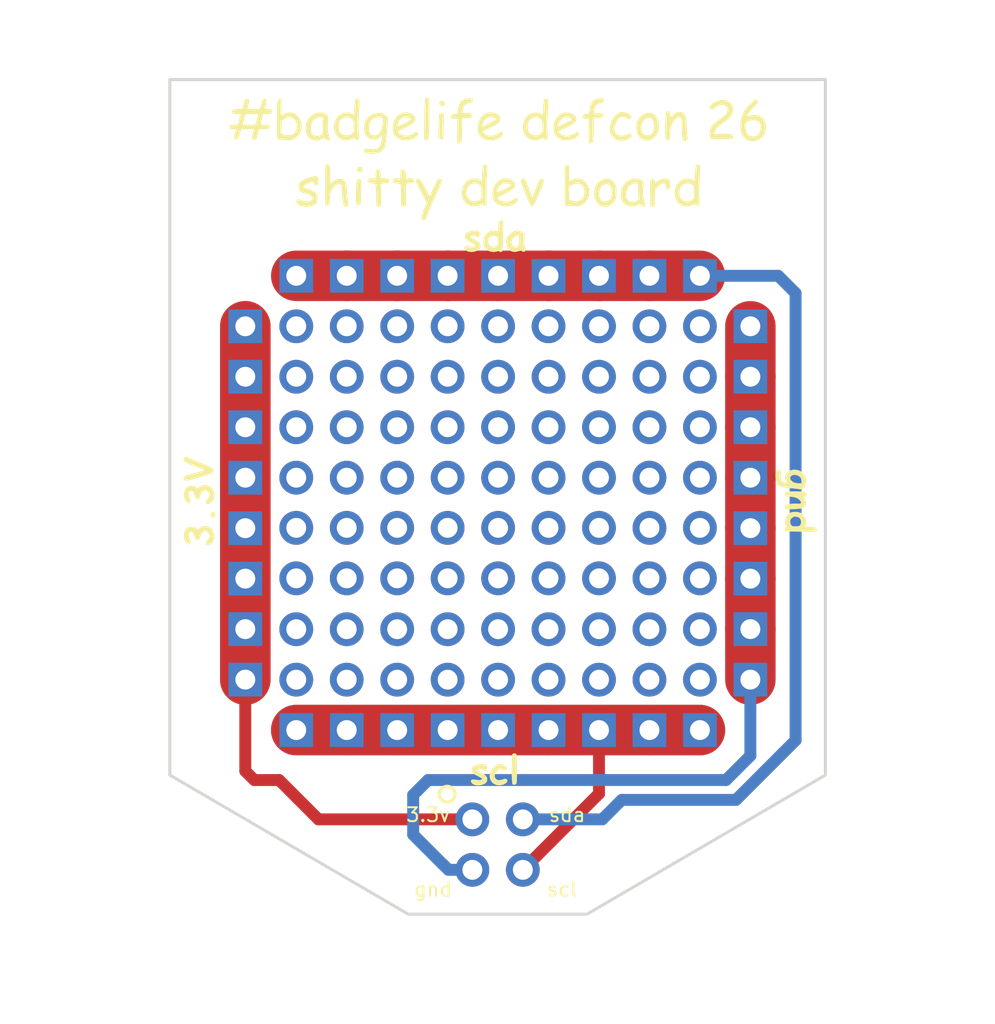
<source format=kicad_pcb>
(kicad_pcb (version 4) (host pcbnew 4.0.7-e2-6376~60~ubuntu17.10.1)

  (general
    (links 0)
    (no_connects 34)
    (area 111.924999 140.924999 145.075001 183.075001)
    (thickness 1.6)
    (drawings 27)
    (tracks 55)
    (zones 0)
    (modules 14)
    (nets 5)
  )

  (page A4)
  (layers
    (0 F.Cu signal)
    (31 B.Cu signal)
    (32 B.Adhes user)
    (33 F.Adhes user)
    (34 B.Paste user)
    (35 F.Paste user)
    (36 B.SilkS user)
    (37 F.SilkS user)
    (38 B.Mask user)
    (39 F.Mask user)
    (40 Dwgs.User user)
    (41 Cmts.User user)
    (42 Eco1.User user)
    (43 Eco2.User user)
    (44 Edge.Cuts user)
    (45 Margin user)
    (46 B.CrtYd user)
    (47 F.CrtYd user)
    (48 B.Fab user)
    (49 F.Fab user)
  )

  (setup
    (last_trace_width 0.6)
    (user_trace_width 0.6)
    (user_trace_width 2)
    (user_trace_width 2.54)
    (trace_clearance 0.2)
    (zone_clearance 0.508)
    (zone_45_only no)
    (trace_min 0.15)
    (segment_width 0.2)
    (edge_width 0.15)
    (via_size 0.6)
    (via_drill 0.33)
    (via_min_size 0.4)
    (via_min_drill 0.3)
    (uvia_size 0.3)
    (uvia_drill 0.1)
    (uvias_allowed no)
    (uvia_min_size 0.2)
    (uvia_min_drill 0.1)
    (pcb_text_width 0.3)
    (pcb_text_size 1.5 1.5)
    (mod_edge_width 0.15)
    (mod_text_size 1 1)
    (mod_text_width 0.15)
    (pad_size 1.7 1.7)
    (pad_drill 1)
    (pad_to_mask_clearance 0.2)
    (aux_axis_origin 0 0)
    (visible_elements FFFFFF7F)
    (pcbplotparams
      (layerselection 0x010fc_80000001)
      (usegerberextensions true)
      (excludeedgelayer true)
      (linewidth 0.100000)
      (plotframeref false)
      (viasonmask false)
      (mode 1)
      (useauxorigin false)
      (hpglpennumber 1)
      (hpglpenspeed 20)
      (hpglpendiameter 15)
      (hpglpenoverlay 2)
      (psnegative false)
      (psa4output false)
      (plotreference true)
      (plotvalue true)
      (plotinvisibletext false)
      (padsonsilk false)
      (subtractmaskfromsilk false)
      (outputformat 1)
      (mirror false)
      (drillshape 0)
      (scaleselection 1)
      (outputdirectory output/))
  )

  (net 0 "")
  (net 1 +3V3)
  (net 2 GND)
  (net 3 SDA)
  (net 4 SCL)

  (net_class Default "This is the default net class."
    (clearance 0.2)
    (trace_width 0.15)
    (via_dia 0.6)
    (via_drill 0.33)
    (uvia_dia 0.3)
    (uvia_drill 0.1)
    (add_net +3V3)
    (add_net GND)
    (add_net SCL)
    (add_net SDA)
  )

  (module mrmeeseeks:Pin_Header_Straight_2x09_Pitch2.54mm-NoSilk (layer F.Cu) (tedit 5AA33E7A) (tstamp 5AC7B4FD)
    (at 118.364 171.2 90)
    (descr "Through hole straight pin header, 2x09, 2.54mm pitch, double rows")
    (tags "Through hole pin header THT 2x09 2.54mm double row")
    (fp_text reference REF** (at 1.27 -2.33 90) (layer F.Fab) hide
      (effects (font (size 1 1) (thickness 0.15)))
    )
    (fp_text value Pin_Header_Straight_2x09_Pitch2.54mm (at 1.27 22.65 90) (layer F.Fab)
      (effects (font (size 1 1) (thickness 0.15)))
    )
    (fp_line (start -1.8 -1.8) (end -1.8 22.1) (layer F.CrtYd) (width 0.05))
    (fp_line (start -1.8 22.1) (end 4.35 22.1) (layer F.CrtYd) (width 0.05))
    (fp_line (start 4.35 22.1) (end 4.35 -1.8) (layer F.CrtYd) (width 0.05))
    (fp_line (start 4.35 -1.8) (end -1.8 -1.8) (layer F.CrtYd) (width 0.05))
    (fp_text user %R (at 1.27 10.16 180) (layer F.Fab)
      (effects (font (size 1 1) (thickness 0.15)))
    )
    (pad 1 thru_hole circle (at 0 0 90) (size 1.7 1.7) (drill 1) (layers *.Cu *.Mask))
    (pad 2 thru_hole oval (at 2.54 0 90) (size 1.7 1.7) (drill 1) (layers *.Cu *.Mask))
    (pad 3 thru_hole oval (at 0 2.54 90) (size 1.7 1.7) (drill 1) (layers *.Cu *.Mask))
    (pad 4 thru_hole oval (at 2.54 2.54 90) (size 1.7 1.7) (drill 1) (layers *.Cu *.Mask))
    (pad 5 thru_hole oval (at 0 5.08 90) (size 1.7 1.7) (drill 1) (layers *.Cu *.Mask))
    (pad 6 thru_hole oval (at 2.54 5.08 90) (size 1.7 1.7) (drill 1) (layers *.Cu *.Mask))
    (pad 7 thru_hole oval (at 0 7.62 90) (size 1.7 1.7) (drill 1) (layers *.Cu *.Mask))
    (pad 8 thru_hole oval (at 2.54 7.62 90) (size 1.7 1.7) (drill 1) (layers *.Cu *.Mask))
    (pad 9 thru_hole oval (at 0 10.16 90) (size 1.7 1.7) (drill 1) (layers *.Cu *.Mask))
    (pad 10 thru_hole oval (at 2.54 10.16 90) (size 1.7 1.7) (drill 1) (layers *.Cu *.Mask))
    (pad 11 thru_hole oval (at 0 12.7 90) (size 1.7 1.7) (drill 1) (layers *.Cu *.Mask))
    (pad 12 thru_hole oval (at 2.54 12.7 90) (size 1.7 1.7) (drill 1) (layers *.Cu *.Mask))
    (pad 13 thru_hole oval (at 0 15.24 90) (size 1.7 1.7) (drill 1) (layers *.Cu *.Mask))
    (pad 14 thru_hole oval (at 2.54 15.24 90) (size 1.7 1.7) (drill 1) (layers *.Cu *.Mask))
    (pad 15 thru_hole oval (at 0 17.78 90) (size 1.7 1.7) (drill 1) (layers *.Cu *.Mask))
    (pad 16 thru_hole oval (at 2.54 17.78 90) (size 1.7 1.7) (drill 1) (layers *.Cu *.Mask))
    (pad 17 thru_hole oval (at 0 20.32 90) (size 1.7 1.7) (drill 1) (layers *.Cu *.Mask))
    (pad 18 thru_hole oval (at 2.54 20.32 90) (size 1.7 1.7) (drill 1) (layers *.Cu *.Mask))
  )

  (module mrmeeseeks:Pin_Header_Straight_2x09_Pitch2.54mm-NoSilk (layer F.Cu) (tedit 5AA33E7A) (tstamp 5AC7B4E3)
    (at 118.364 166.1 90)
    (descr "Through hole straight pin header, 2x09, 2.54mm pitch, double rows")
    (tags "Through hole pin header THT 2x09 2.54mm double row")
    (fp_text reference REF** (at 1.27 -2.33 90) (layer F.Fab) hide
      (effects (font (size 1 1) (thickness 0.15)))
    )
    (fp_text value Pin_Header_Straight_2x09_Pitch2.54mm (at 1.27 22.65 90) (layer F.Fab)
      (effects (font (size 1 1) (thickness 0.15)))
    )
    (fp_line (start -1.8 -1.8) (end -1.8 22.1) (layer F.CrtYd) (width 0.05))
    (fp_line (start -1.8 22.1) (end 4.35 22.1) (layer F.CrtYd) (width 0.05))
    (fp_line (start 4.35 22.1) (end 4.35 -1.8) (layer F.CrtYd) (width 0.05))
    (fp_line (start 4.35 -1.8) (end -1.8 -1.8) (layer F.CrtYd) (width 0.05))
    (fp_text user %R (at 1.27 10.16 180) (layer F.Fab)
      (effects (font (size 1 1) (thickness 0.15)))
    )
    (pad 1 thru_hole circle (at 0 0 90) (size 1.7 1.7) (drill 1) (layers *.Cu *.Mask))
    (pad 2 thru_hole oval (at 2.54 0 90) (size 1.7 1.7) (drill 1) (layers *.Cu *.Mask))
    (pad 3 thru_hole oval (at 0 2.54 90) (size 1.7 1.7) (drill 1) (layers *.Cu *.Mask))
    (pad 4 thru_hole oval (at 2.54 2.54 90) (size 1.7 1.7) (drill 1) (layers *.Cu *.Mask))
    (pad 5 thru_hole oval (at 0 5.08 90) (size 1.7 1.7) (drill 1) (layers *.Cu *.Mask))
    (pad 6 thru_hole oval (at 2.54 5.08 90) (size 1.7 1.7) (drill 1) (layers *.Cu *.Mask))
    (pad 7 thru_hole oval (at 0 7.62 90) (size 1.7 1.7) (drill 1) (layers *.Cu *.Mask))
    (pad 8 thru_hole oval (at 2.54 7.62 90) (size 1.7 1.7) (drill 1) (layers *.Cu *.Mask))
    (pad 9 thru_hole oval (at 0 10.16 90) (size 1.7 1.7) (drill 1) (layers *.Cu *.Mask))
    (pad 10 thru_hole oval (at 2.54 10.16 90) (size 1.7 1.7) (drill 1) (layers *.Cu *.Mask))
    (pad 11 thru_hole oval (at 0 12.7 90) (size 1.7 1.7) (drill 1) (layers *.Cu *.Mask))
    (pad 12 thru_hole oval (at 2.54 12.7 90) (size 1.7 1.7) (drill 1) (layers *.Cu *.Mask))
    (pad 13 thru_hole oval (at 0 15.24 90) (size 1.7 1.7) (drill 1) (layers *.Cu *.Mask))
    (pad 14 thru_hole oval (at 2.54 15.24 90) (size 1.7 1.7) (drill 1) (layers *.Cu *.Mask))
    (pad 15 thru_hole oval (at 0 17.78 90) (size 1.7 1.7) (drill 1) (layers *.Cu *.Mask))
    (pad 16 thru_hole oval (at 2.54 17.78 90) (size 1.7 1.7) (drill 1) (layers *.Cu *.Mask))
    (pad 17 thru_hole oval (at 0 20.32 90) (size 1.7 1.7) (drill 1) (layers *.Cu *.Mask))
    (pad 18 thru_hole oval (at 2.54 20.32 90) (size 1.7 1.7) (drill 1) (layers *.Cu *.Mask))
  )

  (module mrmeeseeks:Pin_Header_Straight_2x09_Pitch2.54mm-NoSilk (layer F.Cu) (tedit 5AA33E7A) (tstamp 5AA4619B)
    (at 118.364 161.036 90)
    (descr "Through hole straight pin header, 2x09, 2.54mm pitch, double rows")
    (tags "Through hole pin header THT 2x09 2.54mm double row")
    (fp_text reference REF** (at 1.27 -2.33 90) (layer F.Fab) hide
      (effects (font (size 1 1) (thickness 0.15)))
    )
    (fp_text value Pin_Header_Straight_2x09_Pitch2.54mm (at 1.27 22.65 90) (layer F.Fab)
      (effects (font (size 1 1) (thickness 0.15)))
    )
    (fp_line (start -1.8 -1.8) (end -1.8 22.1) (layer F.CrtYd) (width 0.05))
    (fp_line (start -1.8 22.1) (end 4.35 22.1) (layer F.CrtYd) (width 0.05))
    (fp_line (start 4.35 22.1) (end 4.35 -1.8) (layer F.CrtYd) (width 0.05))
    (fp_line (start 4.35 -1.8) (end -1.8 -1.8) (layer F.CrtYd) (width 0.05))
    (fp_text user %R (at 1.27 10.16 180) (layer F.Fab)
      (effects (font (size 1 1) (thickness 0.15)))
    )
    (pad 1 thru_hole circle (at 0 0 90) (size 1.7 1.7) (drill 1) (layers *.Cu *.Mask))
    (pad 2 thru_hole oval (at 2.54 0 90) (size 1.7 1.7) (drill 1) (layers *.Cu *.Mask))
    (pad 3 thru_hole oval (at 0 2.54 90) (size 1.7 1.7) (drill 1) (layers *.Cu *.Mask))
    (pad 4 thru_hole oval (at 2.54 2.54 90) (size 1.7 1.7) (drill 1) (layers *.Cu *.Mask))
    (pad 5 thru_hole oval (at 0 5.08 90) (size 1.7 1.7) (drill 1) (layers *.Cu *.Mask))
    (pad 6 thru_hole oval (at 2.54 5.08 90) (size 1.7 1.7) (drill 1) (layers *.Cu *.Mask))
    (pad 7 thru_hole oval (at 0 7.62 90) (size 1.7 1.7) (drill 1) (layers *.Cu *.Mask))
    (pad 8 thru_hole oval (at 2.54 7.62 90) (size 1.7 1.7) (drill 1) (layers *.Cu *.Mask))
    (pad 9 thru_hole oval (at 0 10.16 90) (size 1.7 1.7) (drill 1) (layers *.Cu *.Mask))
    (pad 10 thru_hole oval (at 2.54 10.16 90) (size 1.7 1.7) (drill 1) (layers *.Cu *.Mask))
    (pad 11 thru_hole oval (at 0 12.7 90) (size 1.7 1.7) (drill 1) (layers *.Cu *.Mask))
    (pad 12 thru_hole oval (at 2.54 12.7 90) (size 1.7 1.7) (drill 1) (layers *.Cu *.Mask))
    (pad 13 thru_hole oval (at 0 15.24 90) (size 1.7 1.7) (drill 1) (layers *.Cu *.Mask))
    (pad 14 thru_hole oval (at 2.54 15.24 90) (size 1.7 1.7) (drill 1) (layers *.Cu *.Mask))
    (pad 15 thru_hole oval (at 0 17.78 90) (size 1.7 1.7) (drill 1) (layers *.Cu *.Mask))
    (pad 16 thru_hole oval (at 2.54 17.78 90) (size 1.7 1.7) (drill 1) (layers *.Cu *.Mask))
    (pad 17 thru_hole oval (at 0 20.32 90) (size 1.7 1.7) (drill 1) (layers *.Cu *.Mask))
    (pad 18 thru_hole oval (at 2.54 20.32 90) (size 1.7 1.7) (drill 1) (layers *.Cu *.Mask))
  )

  (module mrmeeseeks:Pin_Header_Straight_2x09_Pitch2.54mm-NoSilk (layer F.Cu) (tedit 5AA33E7A) (tstamp 5AA43AA4)
    (at 118.364 155.956 90)
    (descr "Through hole straight pin header, 2x09, 2.54mm pitch, double rows")
    (tags "Through hole pin header THT 2x09 2.54mm double row")
    (fp_text reference REF** (at 1.27 -2.33 90) (layer F.Fab) hide
      (effects (font (size 1 1) (thickness 0.15)))
    )
    (fp_text value Pin_Header_Straight_2x09_Pitch2.54mm (at 1.27 22.65 90) (layer F.Fab)
      (effects (font (size 1 1) (thickness 0.15)))
    )
    (fp_line (start -1.8 -1.8) (end -1.8 22.1) (layer F.CrtYd) (width 0.05))
    (fp_line (start -1.8 22.1) (end 4.35 22.1) (layer F.CrtYd) (width 0.05))
    (fp_line (start 4.35 22.1) (end 4.35 -1.8) (layer F.CrtYd) (width 0.05))
    (fp_line (start 4.35 -1.8) (end -1.8 -1.8) (layer F.CrtYd) (width 0.05))
    (fp_text user %R (at 1.27 10.16 180) (layer F.Fab)
      (effects (font (size 1 1) (thickness 0.15)))
    )
    (pad 1 thru_hole circle (at 0 0 90) (size 1.7 1.7) (drill 1) (layers *.Cu *.Mask))
    (pad 2 thru_hole oval (at 2.54 0 90) (size 1.7 1.7) (drill 1) (layers *.Cu *.Mask))
    (pad 3 thru_hole oval (at 0 2.54 90) (size 1.7 1.7) (drill 1) (layers *.Cu *.Mask))
    (pad 4 thru_hole oval (at 2.54 2.54 90) (size 1.7 1.7) (drill 1) (layers *.Cu *.Mask))
    (pad 5 thru_hole oval (at 0 5.08 90) (size 1.7 1.7) (drill 1) (layers *.Cu *.Mask))
    (pad 6 thru_hole oval (at 2.54 5.08 90) (size 1.7 1.7) (drill 1) (layers *.Cu *.Mask))
    (pad 7 thru_hole oval (at 0 7.62 90) (size 1.7 1.7) (drill 1) (layers *.Cu *.Mask))
    (pad 8 thru_hole oval (at 2.54 7.62 90) (size 1.7 1.7) (drill 1) (layers *.Cu *.Mask))
    (pad 9 thru_hole oval (at 0 10.16 90) (size 1.7 1.7) (drill 1) (layers *.Cu *.Mask))
    (pad 10 thru_hole oval (at 2.54 10.16 90) (size 1.7 1.7) (drill 1) (layers *.Cu *.Mask))
    (pad 11 thru_hole oval (at 0 12.7 90) (size 1.7 1.7) (drill 1) (layers *.Cu *.Mask))
    (pad 12 thru_hole oval (at 2.54 12.7 90) (size 1.7 1.7) (drill 1) (layers *.Cu *.Mask))
    (pad 13 thru_hole oval (at 0 15.24 90) (size 1.7 1.7) (drill 1) (layers *.Cu *.Mask))
    (pad 14 thru_hole oval (at 2.54 15.24 90) (size 1.7 1.7) (drill 1) (layers *.Cu *.Mask))
    (pad 15 thru_hole oval (at 0 17.78 90) (size 1.7 1.7) (drill 1) (layers *.Cu *.Mask))
    (pad 16 thru_hole oval (at 2.54 17.78 90) (size 1.7 1.7) (drill 1) (layers *.Cu *.Mask))
    (pad 17 thru_hole oval (at 0 20.32 90) (size 1.7 1.7) (drill 1) (layers *.Cu *.Mask))
    (pad 18 thru_hole oval (at 2.54 20.32 90) (size 1.7 1.7) (drill 1) (layers *.Cu *.Mask))
  )

  (module mrmeeseeks:Badgelife-Shitty-2x2 (layer F.Cu) (tedit 5AC7D7CF) (tstamp 5AC7B485)
    (at 128.5 179.5)
    (descr "Through hole angled pin header, 2x02, 2.54mm pitch, 6mm pin length, double rows")
    (tags "Through hole angled pin header THT 2x02 2.54mm double row")
    (path /5AC7B4BF)
    (fp_text reference X1 (at 0 0) (layer F.Fab)
      (effects (font (size 1 1) (thickness 0.15)))
    )
    (fp_text value Badgelife_shitty_connector (at 0 4.2) (layer F.Fab)
      (effects (font (size 1 1) (thickness 0.15)))
    )
    (fp_text user sda (at 3.5 -1.5) (layer F.SilkS)
      (effects (font (size 0.7 0.7) (thickness 0.1)))
    )
    (fp_line (start -25 9) (end 25 9) (layer F.Fab) (width 0.1))
    (fp_circle (center -2.54 -2.54) (end -2.14 -2.54) (layer F.SilkS) (width 0.15))
    (fp_line (start -25 -41) (end -25 9) (layer F.Fab) (width 0.1))
    (fp_line (start 25 -41) (end 25 9) (layer F.Fab) (width 0.1))
    (fp_line (start -25 -41) (end 25 -41) (layer F.Fab) (width 0.1))
    (fp_text user scl (at 3.25 2.25) (layer F.SilkS)
      (effects (font (size 0.7 0.7) (thickness 0.1)))
    )
    (fp_text user gnd (at -3.25 2.25) (layer F.SilkS)
      (effects (font (size 0.7 0.7) (thickness 0.1)))
    )
    (fp_text user 3.3v (at -3.5 -1.5) (layer F.SilkS)
      (effects (font (size 0.7 0.7) (thickness 0.1)))
    )
    (pad 4 thru_hole circle (at 1.27 -1.27) (size 1.7 1.7) (drill 1) (layers *.Cu *.Mask)
      (net 3 SDA))
    (pad 3 thru_hole oval (at 1.27 1.27) (size 1.7 1.7) (drill 1) (layers *.Cu *.Mask)
      (net 4 SCL))
    (pad 1 thru_hole oval (at -1.27 -1.27) (size 1.7 1.7) (drill 1) (layers *.Cu *.Mask)
      (net 1 +3V3))
    (pad 2 thru_hole oval (at -1.27 1.27) (size 1.7 1.7) (drill 1) (layers *.Cu *.Mask)
      (net 2 GND))
  )

  (module mrmeeseeks:Power_Rail-01x08 (layer F.Cu) (tedit 5AC7D1EA) (tstamp 5AC7B6D2)
    (at 115.7986 153.416)
    (descr "Through hole straight pin header, 1x07, 2.54mm pitch, single row")
    (tags "Through hole pin header THT 1x07 2.54mm single row")
    (path /5AC7BCC7)
    (fp_text reference J1 (at 0 -2.33) (layer F.Fab) hide
      (effects (font (size 1 1) (thickness 0.15)))
    )
    (fp_text value Conn_01x08 (at 0 17.57) (layer F.Fab)
      (effects (font (size 1 1) (thickness 0.15)))
    )
    (fp_line (start -1.8 -1.8) (end -1.8 19.59) (layer F.CrtYd) (width 0.05))
    (fp_line (start -1.8 19.59) (end 1.8 19.59) (layer F.CrtYd) (width 0.05))
    (fp_line (start 1.8 19.59) (end 1.8 -1.8) (layer F.CrtYd) (width 0.05))
    (fp_line (start 1.8 -1.8) (end -1.8 -1.8) (layer F.CrtYd) (width 0.05))
    (fp_text user %R (at 0 7.62 90) (layer F.Fab)
      (effects (font (size 1 1) (thickness 0.15)))
    )
    (pad 1 thru_hole rect (at 0 0) (size 1.7 1.7) (drill 1) (layers *.Cu *.Mask)
      (net 1 +3V3) (solder_mask_margin 0.1))
    (pad 2 thru_hole rect (at 0 2.54) (size 1.7 1.7) (drill 1) (layers *.Cu *.Mask)
      (net 1 +3V3) (solder_mask_margin 0.1))
    (pad 3 thru_hole rect (at 0 5.08) (size 1.7 1.7) (drill 1) (layers *.Cu *.Mask)
      (net 1 +3V3) (solder_mask_margin 0.1))
    (pad 4 thru_hole rect (at 0 7.62) (size 1.7 1.7) (drill 1) (layers *.Cu *.Mask)
      (net 1 +3V3) (solder_mask_margin 0.1))
    (pad 5 thru_hole rect (at 0 10.16) (size 1.7 1.7) (drill 1) (layers *.Cu *.Mask)
      (net 1 +3V3) (solder_mask_margin 0.1))
    (pad 6 thru_hole rect (at 0 12.7) (size 1.7 1.7) (drill 1) (layers *.Cu *.Mask)
      (net 1 +3V3) (solder_mask_margin 0.1))
    (pad 7 thru_hole rect (at 0 15.24) (size 1.7 1.7) (drill 1) (layers *.Cu *.Mask)
      (net 1 +3V3) (solder_mask_margin 0.1))
    (pad 8 thru_hole rect (at 0 17.78) (size 1.7 1.7) (drill 1) (layers *.Cu *.Mask)
      (net 1 +3V3) (solder_mask_margin 0.1))
  )

  (module mrmeeseeks:Power_Rail-01x08 (layer F.Cu) (tedit 5AC7D1EA) (tstamp 5AC7B6DE)
    (at 141.224 153.416)
    (descr "Through hole straight pin header, 1x07, 2.54mm pitch, single row")
    (tags "Through hole pin header THT 1x07 2.54mm single row")
    (path /5AC7BC88)
    (fp_text reference J2 (at 0 -2.33) (layer F.Fab) hide
      (effects (font (size 1 1) (thickness 0.15)))
    )
    (fp_text value Conn_01x08 (at 0 17.57) (layer F.Fab)
      (effects (font (size 1 1) (thickness 0.15)))
    )
    (fp_line (start -1.8 -1.8) (end -1.8 19.59) (layer F.CrtYd) (width 0.05))
    (fp_line (start -1.8 19.59) (end 1.8 19.59) (layer F.CrtYd) (width 0.05))
    (fp_line (start 1.8 19.59) (end 1.8 -1.8) (layer F.CrtYd) (width 0.05))
    (fp_line (start 1.8 -1.8) (end -1.8 -1.8) (layer F.CrtYd) (width 0.05))
    (fp_text user %R (at 0 7.62 90) (layer F.Fab)
      (effects (font (size 1 1) (thickness 0.15)))
    )
    (pad 1 thru_hole rect (at 0 0) (size 1.7 1.7) (drill 1) (layers *.Cu *.Mask)
      (net 2 GND) (solder_mask_margin 0.1))
    (pad 2 thru_hole rect (at 0 2.54) (size 1.7 1.7) (drill 1) (layers *.Cu *.Mask)
      (net 2 GND) (solder_mask_margin 0.1))
    (pad 3 thru_hole rect (at 0 5.08) (size 1.7 1.7) (drill 1) (layers *.Cu *.Mask)
      (net 2 GND) (solder_mask_margin 0.1))
    (pad 4 thru_hole rect (at 0 7.62) (size 1.7 1.7) (drill 1) (layers *.Cu *.Mask)
      (net 2 GND) (solder_mask_margin 0.1))
    (pad 5 thru_hole rect (at 0 10.16) (size 1.7 1.7) (drill 1) (layers *.Cu *.Mask)
      (net 2 GND) (solder_mask_margin 0.1))
    (pad 6 thru_hole rect (at 0 12.7) (size 1.7 1.7) (drill 1) (layers *.Cu *.Mask)
      (net 2 GND) (solder_mask_margin 0.1))
    (pad 7 thru_hole rect (at 0 15.24) (size 1.7 1.7) (drill 1) (layers *.Cu *.Mask)
      (net 2 GND) (solder_mask_margin 0.1))
    (pad 8 thru_hole rect (at 0 17.78) (size 1.7 1.7) (drill 1) (layers *.Cu *.Mask)
      (net 2 GND) (solder_mask_margin 0.1))
  )

  (module mrmeeseeks:Power_Rail-01x09 (layer F.Cu) (tedit 5AC7D21B) (tstamp 5AC7B6EB)
    (at 118.364 150.876 90)
    (descr "Through hole straight pin header, 1x07, 2.54mm pitch, single row")
    (tags "Through hole pin header THT 1x07 2.54mm single row")
    (path /5AC7B62F)
    (fp_text reference J3 (at 0 -2.33 90) (layer F.Fab) hide
      (effects (font (size 1 1) (thickness 0.15)))
    )
    (fp_text value Conn_01x09 (at 0 17.57 90) (layer F.Fab)
      (effects (font (size 1 1) (thickness 0.15)))
    )
    (fp_line (start -1.8 -1.8) (end -1.8 22.13) (layer F.CrtYd) (width 0.05))
    (fp_line (start -1.8 22.13) (end 1.8 22.13) (layer F.CrtYd) (width 0.05))
    (fp_line (start 1.8 22.13) (end 1.8 -1.8) (layer F.CrtYd) (width 0.05))
    (fp_line (start 1.8 -1.8) (end -1.8 -1.8) (layer F.CrtYd) (width 0.05))
    (fp_text user %R (at 0 7.62 180) (layer F.Fab)
      (effects (font (size 1 1) (thickness 0.15)))
    )
    (pad 1 thru_hole rect (at 0 0 90) (size 1.7 1.7) (drill 1) (layers *.Cu *.Mask)
      (net 3 SDA) (solder_mask_margin 0.1))
    (pad 2 thru_hole rect (at 0 2.54 90) (size 1.7 1.7) (drill 1) (layers *.Cu *.Mask)
      (net 3 SDA) (solder_mask_margin 0.1))
    (pad 3 thru_hole rect (at 0 5.08 90) (size 1.7 1.7) (drill 1) (layers *.Cu *.Mask)
      (net 3 SDA) (solder_mask_margin 0.1))
    (pad 4 thru_hole rect (at 0 7.62 90) (size 1.7 1.7) (drill 1) (layers *.Cu *.Mask)
      (net 3 SDA) (solder_mask_margin 0.1))
    (pad 5 thru_hole rect (at 0 10.16 90) (size 1.7 1.7) (drill 1) (layers *.Cu *.Mask)
      (net 3 SDA) (solder_mask_margin 0.1))
    (pad 6 thru_hole rect (at 0 12.7 90) (size 1.7 1.7) (drill 1) (layers *.Cu *.Mask)
      (net 3 SDA) (solder_mask_margin 0.1))
    (pad 7 thru_hole rect (at 0 15.24 90) (size 1.7 1.7) (drill 1) (layers *.Cu *.Mask)
      (net 3 SDA) (solder_mask_margin 0.1))
    (pad 8 thru_hole rect (at 0 17.78 90) (size 1.7 1.7) (drill 1) (layers *.Cu *.Mask)
      (net 3 SDA) (solder_mask_margin 0.1))
    (pad 9 thru_hole rect (at 0 20.32 90) (size 1.7 1.7) (drill 1) (layers *.Cu *.Mask)
      (net 3 SDA) (solder_mask_margin 0.1))
  )

  (module mrmeeseeks:Power_Rail-01x09 (layer F.Cu) (tedit 5AC7D21B) (tstamp 5AC7B6F8)
    (at 118.364 173.736 90)
    (descr "Through hole straight pin header, 1x07, 2.54mm pitch, single row")
    (tags "Through hole pin header THT 1x07 2.54mm single row")
    (path /5AC7B83F)
    (fp_text reference J4 (at 0 -2.33 90) (layer F.Fab) hide
      (effects (font (size 1 1) (thickness 0.15)))
    )
    (fp_text value Conn_01x09 (at 0 17.57 90) (layer F.Fab)
      (effects (font (size 1 1) (thickness 0.15)))
    )
    (fp_line (start -1.8 -1.8) (end -1.8 22.13) (layer F.CrtYd) (width 0.05))
    (fp_line (start -1.8 22.13) (end 1.8 22.13) (layer F.CrtYd) (width 0.05))
    (fp_line (start 1.8 22.13) (end 1.8 -1.8) (layer F.CrtYd) (width 0.05))
    (fp_line (start 1.8 -1.8) (end -1.8 -1.8) (layer F.CrtYd) (width 0.05))
    (fp_text user %R (at 0 7.62 180) (layer F.Fab)
      (effects (font (size 1 1) (thickness 0.15)))
    )
    (pad 1 thru_hole rect (at 0 0 90) (size 1.7 1.7) (drill 1) (layers *.Cu *.Mask)
      (net 4 SCL) (solder_mask_margin 0.1))
    (pad 2 thru_hole rect (at 0 2.54 90) (size 1.7 1.7) (drill 1) (layers *.Cu *.Mask)
      (net 4 SCL) (solder_mask_margin 0.1))
    (pad 3 thru_hole rect (at 0 5.08 90) (size 1.7 1.7) (drill 1) (layers *.Cu *.Mask)
      (net 4 SCL) (solder_mask_margin 0.1))
    (pad 4 thru_hole rect (at 0 7.62 90) (size 1.7 1.7) (drill 1) (layers *.Cu *.Mask)
      (net 4 SCL) (solder_mask_margin 0.1))
    (pad 5 thru_hole rect (at 0 10.16 90) (size 1.7 1.7) (drill 1) (layers *.Cu *.Mask)
      (net 4 SCL) (solder_mask_margin 0.1))
    (pad 6 thru_hole rect (at 0 12.7 90) (size 1.7 1.7) (drill 1) (layers *.Cu *.Mask)
      (net 4 SCL) (solder_mask_margin 0.1))
    (pad 7 thru_hole rect (at 0 15.24 90) (size 1.7 1.7) (drill 1) (layers *.Cu *.Mask)
      (net 4 SCL) (solder_mask_margin 0.1))
    (pad 8 thru_hole rect (at 0 17.78 90) (size 1.7 1.7) (drill 1) (layers *.Cu *.Mask)
      (net 4 SCL) (solder_mask_margin 0.1))
    (pad 9 thru_hole rect (at 0 20.32 90) (size 1.7 1.7) (drill 1) (layers *.Cu *.Mask)
      (net 4 SCL) (solder_mask_margin 0.1))
  )

  (module mrmeeseeks:badgelife-shitty-devboard-silk (layer F.Cu) (tedit 0) (tstamp 5AC985FB)
    (at 128.5 145)
    (fp_text reference G*** (at 0 0) (layer F.SilkS) hide
      (effects (font (thickness 0.3)))
    )
    (fp_text value LOGO (at 0.75 0) (layer F.SilkS) hide
      (effects (font (thickness 0.3)))
    )
    (fp_poly (pts (xy -2.890916 0.987614) (xy -2.867435 0.998086) (xy -2.817267 1.040925) (xy -2.799437 1.069958)
      (xy -2.805429 1.108602) (xy -2.83394 1.19169) (xy -2.883371 1.315302) (xy -2.952123 1.47552)
      (xy -3.038598 1.668425) (xy -3.083632 1.766507) (xy -3.171724 1.95912) (xy -3.258543 2.152668)
      (xy -3.339462 2.336556) (xy -3.409853 2.500191) (xy -3.465089 2.632977) (xy -3.492345 2.702128)
      (xy -3.538042 2.82124) (xy -3.578953 2.924928) (xy -3.610077 3.00069) (xy -3.624751 3.033138)
      (xy -3.671199 3.071183) (xy -3.737373 3.07753) (xy -3.798615 3.051317) (xy -3.810215 3.039635)
      (xy -3.831955 2.985056) (xy -3.828645 2.900256) (xy -3.799347 2.780911) (xy -3.743121 2.622699)
      (xy -3.692929 2.499895) (xy -3.569724 2.209205) (xy -3.75696 1.840932) (xy -3.831262 1.695514)
      (xy -3.905555 1.551375) (xy -3.972462 1.422749) (xy -4.024605 1.323866) (xy -4.036266 1.302131)
      (xy -4.092229 1.183544) (xy -4.112011 1.097634) (xy -4.095889 1.037188) (xy -4.048004 0.997011)
      (xy -3.988585 0.984626) (xy -3.936539 1.007876) (xy -3.89157 1.05357) (xy -3.829549 1.138707)
      (xy -3.756252 1.253744) (xy -3.677457 1.38914) (xy -3.598942 1.535355) (xy -3.526483 1.682845)
      (xy -3.522037 1.692429) (xy -3.426183 1.899894) (xy -3.298366 1.605213) (xy -3.208364 1.401412)
      (xy -3.134293 1.243648) (xy -3.072953 1.127413) (xy -3.021144 1.048199) (xy -2.975668 1.001499)
      (xy -2.933325 0.982807) (xy -2.890916 0.987614)) (layer F.SilkS) (width 0.01))
    (fp_poly (pts (xy -9.083357 0.882538) (xy -9.056843 0.929726) (xy -9.042617 0.992001) (xy -9.026681 1.139792)
      (xy -9.036223 1.242136) (xy -9.072274 1.301783) (xy -9.135868 1.321486) (xy -9.165481 1.319362)
      (xy -9.223461 1.287069) (xy -9.255589 1.224457) (xy -9.283412 1.138382) (xy -9.467179 1.200225)
      (xy -9.577241 1.244945) (xy -9.670747 1.296988) (xy -9.739002 1.349729) (xy -9.773311 1.39654)
      (xy -9.767209 1.428874) (xy -9.727467 1.447968) (xy -9.654005 1.470217) (xy -9.599883 1.482876)
      (xy -9.416057 1.536797) (xy -9.263689 1.613166) (xy -9.15264 1.706827) (xy -9.138552 1.724134)
      (xy -9.095859 1.789736) (xy -9.073725 1.857086) (xy -9.066043 1.948366) (xy -9.065638 1.988941)
      (xy -9.068617 2.087504) (xy -9.081793 2.152255) (xy -9.111525 2.203288) (xy -9.145611 2.241627)
      (xy -9.259087 2.324037) (xy -9.40676 2.377657) (xy -9.576 2.400669) (xy -9.754176 2.391258)
      (xy -9.915478 2.352285) (xy -10.033642 2.300673) (xy -10.103769 2.241645) (xy -10.131834 2.169601)
      (xy -10.132979 2.148431) (xy -10.112123 2.075298) (xy -10.05912 2.034562) (xy -9.988323 2.031073)
      (xy -9.914081 2.069683) (xy -9.910196 2.073112) (xy -9.845049 2.105642) (xy -9.733381 2.125437)
      (xy -9.671146 2.130231) (xy -9.517373 2.128211) (xy -9.402498 2.104139) (xy -9.329752 2.06018)
      (xy -9.302367 1.9985) (xy -9.323574 1.921263) (xy -9.333865 1.904239) (xy -9.401992 1.833097)
      (xy -9.506161 1.778304) (xy -9.654798 1.735537) (xy -9.668212 1.732644) (xy -9.824058 1.688645)
      (xy -9.935371 1.632916) (xy -9.997072 1.568731) (xy -10.021389 1.480099) (xy -10.021618 1.368579)
      (xy -9.999422 1.258797) (xy -9.971945 1.197003) (xy -9.934199 1.145353) (xy -9.884591 1.101191)
      (xy -9.814529 1.060067) (xy -9.715423 1.017532) (xy -9.578679 0.969138) (xy -9.453869 0.928729)
      (xy -9.305688 0.884384) (xy -9.199837 0.861089) (xy -9.128374 0.860067) (xy -9.083357 0.882538)) (layer F.SilkS) (width 0.01))
    (fp_poly (pts (xy -8.533219 0.255552) (xy -8.484681 0.297234) (xy -8.464676 0.321115) (xy -8.4503 0.35223)
      (xy -8.440634 0.399165) (xy -8.434761 0.470509) (xy -8.431761 0.574847) (xy -8.430716 0.720767)
      (xy -8.430638 0.802428) (xy -8.430638 1.25358) (xy -8.342819 1.170241) (xy -8.206326 1.065651)
      (xy -8.066459 1.010777) (xy -7.960379 0.999787) (xy -7.846099 1.007511) (xy -7.758941 1.034897)
      (xy -7.69467 1.088264) (xy -7.649048 1.173932) (xy -7.617842 1.298221) (xy -7.596815 1.46745)
      (xy -7.590083 1.55228) (xy -7.577636 1.707641) (xy -7.562225 1.869828) (xy -7.546089 2.01649)
      (xy -7.535289 2.099839) (xy -7.520553 2.216968) (xy -7.516968 2.293053) (xy -7.524658 2.339954)
      (xy -7.538053 2.363297) (xy -7.597685 2.398908) (xy -7.670222 2.399111) (xy -7.727474 2.365098)
      (xy -7.749882 2.31385) (xy -7.772603 2.220158) (xy -7.794043 2.095586) (xy -7.812606 1.951697)
      (xy -7.8267 1.800058) (xy -7.834728 1.652231) (xy -7.835979 1.578177) (xy -7.837708 1.456888)
      (xy -7.844159 1.377207) (xy -7.857574 1.326756) (xy -7.880191 1.293157) (xy -7.889124 1.284496)
      (xy -7.962885 1.250653) (xy -8.051442 1.262923) (xy -8.148223 1.31778) (xy -8.246655 1.411699)
      (xy -8.326296 1.518965) (xy -8.367683 1.587218) (xy -8.395247 1.647645) (xy -8.412793 1.715374)
      (xy -8.424124 1.805536) (xy -8.433044 1.933257) (xy -8.433836 1.94674) (xy -8.443711 2.0717)
      (xy -8.457078 2.181368) (xy -8.471931 2.26138) (xy -8.482074 2.291938) (xy -8.528576 2.335605)
      (xy -8.591738 2.350918) (xy -8.648201 2.33466) (xy -8.664656 2.317075) (xy -8.669344 2.283127)
      (xy -8.67341 2.201405) (xy -8.676756 2.078175) (xy -8.67928 1.919702) (xy -8.680883 1.732251)
      (xy -8.681465 1.522088) (xy -8.680936 1.297517) (xy -8.679515 1.039198) (xy -8.677821 0.829628)
      (xy -8.675584 0.663515) (xy -8.672539 0.535565) (xy -8.668415 0.440487) (xy -8.662946 0.372986)
      (xy -8.655864 0.327769) (xy -8.6469 0.299545) (xy -8.635788 0.283019) (xy -8.629308 0.277464)
      (xy -8.576367 0.247645) (xy -8.533219 0.255552)) (layer F.SilkS) (width 0.01))
    (fp_poly (pts (xy -5.961447 0.538282) (xy -5.916882 0.610568) (xy -5.893698 0.726747) (xy -5.890639 0.801661)
      (xy -5.890639 0.969807) (xy -5.704142 0.968052) (xy -5.6061 0.969683) (xy -5.528426 0.975646)
      (xy -5.487972 0.984637) (xy -5.467614 1.021914) (xy -5.458351 1.087627) (xy -5.458298 1.093065)
      (xy -5.466145 1.156617) (xy -5.49666 1.194052) (xy -5.560307 1.211714) (xy -5.660958 1.215957)
      (xy -5.730008 1.215813) (xy -5.781513 1.219965) (xy -5.817966 1.235287) (xy -5.841857 1.268656)
      (xy -5.855679 1.326946) (xy -5.861923 1.417033) (xy -5.863082 1.545792) (xy -5.861647 1.720099)
      (xy -5.861203 1.768467) (xy -5.860986 1.98798) (xy -5.864691 2.154929) (xy -5.87238 2.270653)
      (xy -5.884115 2.336494) (xy -5.888109 2.346125) (xy -5.939625 2.392945) (xy -6.009461 2.40328)
      (xy -6.07316 2.373671) (xy -6.074383 2.372468) (xy -6.091283 2.32597) (xy -6.10209 2.227291)
      (xy -6.106656 2.077965) (xy -6.106809 2.038853) (xy -6.108585 1.881981) (xy -6.113347 1.712361)
      (xy -6.120245 1.556611) (xy -6.124302 1.491213) (xy -6.141796 1.244761) (xy -6.3017 1.22667)
      (xy -6.427024 1.202611) (xy -6.504121 1.162865) (xy -6.537184 1.10488) (xy -6.539149 1.08223)
      (xy -6.520265 1.021195) (xy -6.460944 0.984256) (xy -6.35718 0.9696) (xy -6.290834 0.969933)
      (xy -6.126181 0.975875) (xy -6.140292 0.800091) (xy -6.140576 0.659802) (xy -6.114956 0.566501)
      (xy -6.063205 0.519622) (xy -6.025745 0.513404) (xy -5.961447 0.538282)) (layer F.SilkS) (width 0.01))
    (fp_poly (pts (xy -4.698465 0.553001) (xy -4.653264 0.629907) (xy -4.62685 0.74902) (xy -4.620789 0.860249)
      (xy -4.620638 0.977413) (xy -4.519309 0.971313) (xy -4.390035 0.966567) (xy -4.303723 0.972384)
      (xy -4.249936 0.990993) (xy -4.21824 1.024618) (xy -4.21196 1.036901) (xy -4.197143 1.110627)
      (xy -4.21349 1.158497) (xy -4.240354 1.192181) (xy -4.284854 1.209722) (xy -4.362485 1.215964)
      (xy -4.398664 1.216371) (xy -4.490187 1.220593) (xy -4.562513 1.231028) (xy -4.590809 1.240671)
      (xy -4.604201 1.257789) (xy -4.613169 1.293963) (xy -4.61798 1.35624) (xy -4.618899 1.451664)
      (xy -4.616194 1.587281) (xy -4.610486 1.760417) (xy -4.604554 1.950765) (xy -4.602632 2.094258)
      (xy -4.604932 2.19795) (xy -4.611666 2.268894) (xy -4.623045 2.314145) (xy -4.627431 2.32383)
      (xy -4.678833 2.378024) (xy -4.748085 2.400678) (xy -4.813751 2.386527) (xy -4.830243 2.373629)
      (xy -4.843521 2.342004) (xy -4.853247 2.2743) (xy -4.859729 2.165805) (xy -4.863273 2.011808)
      (xy -4.864199 1.852309) (xy -4.865182 1.691444) (xy -4.867684 1.546079) (xy -4.871405 1.426175)
      (xy -4.876047 1.341695) (xy -4.880596 1.304792) (xy -4.898709 1.269113) (xy -4.938331 1.246977)
      (xy -5.013185 1.232204) (xy -5.052557 1.227367) (xy -5.163561 1.211527) (xy -5.230855 1.190781)
      (xy -5.264759 1.159033) (xy -5.275591 1.110185) (xy -5.275904 1.095408) (xy -5.266558 1.029108)
      (xy -5.232253 0.989599) (xy -5.163594 0.971541) (xy -5.054299 0.969502) (xy -4.890851 0.974406)
      (xy -4.890851 0.771877) (xy -4.88901 0.66549) (xy -4.881431 0.6001) (xy -4.865035 0.562728)
      (xy -4.836741 0.540393) (xy -4.835788 0.539879) (xy -4.760093 0.521819) (xy -4.698465 0.553001)) (layer F.SilkS) (width 0.01))
    (fp_poly (pts (xy 5.634515 1.0075) (xy 5.750807 1.059382) (xy 5.844643 1.15423) (xy 5.909601 1.264643)
      (xy 5.946266 1.345609) (xy 5.968737 1.417834) (xy 5.980296 1.49934) (xy 5.984222 1.608152)
      (xy 5.984359 1.675319) (xy 5.979876 1.824245) (xy 5.963752 1.937765) (xy 5.930253 2.034189)
      (xy 5.873641 2.131831) (xy 5.816276 2.211931) (xy 5.707937 2.313965) (xy 5.571529 2.377667)
      (xy 5.419822 2.400101) (xy 5.265587 2.378329) (xy 5.199684 2.353747) (xy 5.065709 2.265088)
      (xy 4.96407 2.140867) (xy 4.895935 1.989673) (xy 4.86247 1.820093) (xy 4.863312 1.75644)
      (xy 5.109059 1.75644) (xy 5.12221 1.887992) (xy 5.167637 2.003689) (xy 5.247837 2.092357)
      (xy 5.251662 2.095084) (xy 5.340343 2.128992) (xy 5.44893 2.132395) (xy 5.553616 2.106568)
      (xy 5.606545 2.076101) (xy 5.689908 1.980732) (xy 5.738979 1.85051) (xy 5.75552 1.680698)
      (xy 5.755532 1.675319) (xy 5.740353 1.508445) (xy 5.696321 1.380184) (xy 5.625692 1.293563)
      (xy 5.530722 1.251609) (xy 5.440046 1.252024) (xy 5.329274 1.295209) (xy 5.238292 1.378418)
      (xy 5.169597 1.490478) (xy 5.125687 1.62021) (xy 5.109059 1.75644) (xy 4.863312 1.75644)
      (xy 4.864843 1.640713) (xy 4.90422 1.460122) (xy 4.981768 1.286907) (xy 5.042393 1.196211)
      (xy 5.157702 1.088323) (xy 5.305798 1.019188) (xy 5.478159 0.992714) (xy 5.486442 0.992588)
      (xy 5.634515 1.0075)) (layer F.SilkS) (width 0.01))
    (fp_poly (pts (xy 7.129741 1.01201) (xy 7.250456 1.066649) (xy 7.327415 1.133766) (xy 7.356741 1.20896)
      (xy 7.348402 1.260132) (xy 7.338023 1.313906) (xy 7.32966 1.407619) (xy 7.324278 1.527177)
      (xy 7.322766 1.634936) (xy 7.324632 1.782611) (xy 7.331847 1.89377) (xy 7.346833 1.98586)
      (xy 7.372015 2.076327) (xy 7.392198 2.134793) (xy 7.42765 2.240554) (xy 7.442566 2.30856)
      (xy 7.438785 2.35025) (xy 7.429421 2.366084) (xy 7.369992 2.401721) (xy 7.296724 2.388828)
      (xy 7.222513 2.334118) (xy 7.151737 2.263343) (xy 7.032103 2.321466) (xy 6.881945 2.374538)
      (xy 6.728754 2.394238) (xy 6.606702 2.381161) (xy 6.455217 2.316602) (xy 6.336523 2.212733)
      (xy 6.257334 2.075995) (xy 6.243104 2.032512) (xy 6.219717 1.89616) (xy 6.216691 1.787852)
      (xy 6.462208 1.787852) (xy 6.479933 1.926308) (xy 6.532222 2.043581) (xy 6.56661 2.085236)
      (xy 6.66187 2.144849) (xy 6.779273 2.165578) (xy 6.902896 2.146902) (xy 7.00127 2.099456)
      (xy 7.093085 2.037209) (xy 7.081446 1.808977) (xy 7.075469 1.673641) (xy 7.07067 1.531792)
      (xy 7.068022 1.412537) (xy 7.067935 1.405106) (xy 7.066064 1.229468) (xy 6.961258 1.220874)
      (xy 6.832785 1.229215) (xy 6.71888 1.280588) (xy 6.608448 1.379711) (xy 6.527262 1.501121)
      (xy 6.47825 1.641645) (xy 6.462208 1.787852) (xy 6.216691 1.787852) (xy 6.215379 1.740903)
      (xy 6.229087 1.588319) (xy 6.259839 1.459985) (xy 6.271008 1.432128) (xy 6.371883 1.26526)
      (xy 6.503852 1.133037) (xy 6.65873 1.039463) (xy 6.828332 0.988542) (xy 7.004475 0.984279)
      (xy 7.129741 1.01201)) (layer F.SilkS) (width 0.01))
    (fp_poly (pts (xy 8.539239 0.977032) (xy 8.592005 0.993388) (xy 8.626042 1.027993) (xy 8.629642 1.033564)
      (xy 8.672048 1.137866) (xy 8.69202 1.26631) (xy 8.685442 1.392192) (xy 8.685158 1.393727)
      (xy 8.652956 1.474297) (xy 8.601495 1.520965) (xy 8.543769 1.532885) (xy 8.492768 1.509213)
      (xy 8.461485 1.449102) (xy 8.45729 1.408553) (xy 8.450185 1.32635) (xy 8.439945 1.274145)
      (xy 8.419086 1.230367) (xy 8.37774 1.221286) (xy 8.343583 1.226613) (xy 8.179555 1.284118)
      (xy 8.048494 1.383756) (xy 7.99708 1.447408) (xy 7.965477 1.494992) (xy 7.943554 1.537392)
      (xy 7.929541 1.58556) (xy 7.921668 1.650444) (xy 7.918165 1.742996) (xy 7.917263 1.874163)
      (xy 7.917234 1.941435) (xy 7.916104 2.081897) (xy 7.913004 2.205124) (xy 7.908372 2.299932)
      (xy 7.902641 2.355136) (xy 7.900832 2.362152) (xy 7.863687 2.393868) (xy 7.800682 2.404125)
      (xy 7.736097 2.391635) (xy 7.706468 2.372468) (xy 7.697483 2.337328) (xy 7.689955 2.25756)
      (xy 7.683946 2.142561) (xy 7.679516 2.001728) (xy 7.676727 1.844457) (xy 7.675638 1.680145)
      (xy 7.676311 1.518189) (xy 7.678807 1.367985) (xy 7.683186 1.23893) (xy 7.68951 1.140422)
      (xy 7.697838 1.081855) (xy 7.69811 1.080851) (xy 7.734922 1.022665) (xy 7.791499 1.001509)
      (xy 7.85158 1.014128) (xy 7.898902 1.057269) (xy 7.917234 1.124692) (xy 7.928352 1.178278)
      (xy 7.959649 1.182376) (xy 8.001744 1.144104) (xy 8.073803 1.086093) (xy 8.180766 1.033544)
      (xy 8.303525 0.993746) (xy 8.422974 0.973985) (xy 8.450281 0.97303) (xy 8.539239 0.977032)) (layer F.SilkS) (width 0.01))
    (fp_poly (pts (xy -0.58147 0.274278) (xy -0.552285 0.290718) (xy -0.532674 0.325896) (xy -0.521813 0.386179)
      (xy -0.518879 0.47793) (xy -0.523048 0.607515) (xy -0.533495 0.781299) (xy -0.54097 0.888925)
      (xy -0.552448 1.094134) (xy -0.560337 1.325701) (xy -0.564102 1.559515) (xy -0.563209 1.771461)
      (xy -0.561836 1.83131) (xy -0.558357 1.984619) (xy -0.557092 2.119273) (xy -0.557986 2.225914)
      (xy -0.560983 2.295184) (xy -0.56473 2.31723) (xy -0.619046 2.356956) (xy -0.686329 2.352182)
      (xy -0.731812 2.321593) (xy -0.786866 2.266539) (xy -0.901858 2.322206) (xy -1.030469 2.362334)
      (xy -1.181476 2.376576) (xy -1.330331 2.36435) (xy -1.432128 2.334792) (xy -1.574126 2.245242)
      (xy -1.692845 2.113505) (xy -1.737468 2.040106) (xy -1.782268 1.90876) (xy -1.799102 1.749511)
      (xy -1.797185 1.719078) (xy -1.569615 1.719078) (xy -1.550849 1.85228) (xy -1.513338 1.939024)
      (xy -1.418326 2.047924) (xy -1.298529 2.114137) (xy -1.164862 2.135548) (xy -1.028239 2.110041)
      (xy -0.922778 2.053448) (xy -0.810638 1.972214) (xy -0.810638 1.694673) (xy -0.813166 1.5515)
      (xy -0.821568 1.452336) (xy -0.837072 1.387349) (xy -0.852811 1.356922) (xy -0.941085 1.275022)
      (xy -1.058352 1.228189) (xy -1.190345 1.219106) (xy -1.322793 1.250454) (xy -1.351064 1.263287)
      (xy -1.442881 1.337105) (xy -1.5122 1.447202) (xy -1.555588 1.579289) (xy -1.569615 1.719078)
      (xy -1.797185 1.719078) (xy -1.78845 1.580408) (xy -1.750789 1.419499) (xy -1.718953 1.341474)
      (xy -1.620202 1.191729) (xy -1.493152 1.078591) (xy -1.346572 1.005368) (xy -1.189232 0.975369)
      (xy -1.029901 0.991903) (xy -0.913204 1.03745) (xy -0.791551 1.102134) (xy -0.773218 0.736842)
      (xy -0.764484 0.597853) (xy -0.753516 0.475251) (xy -0.741597 0.380767) (xy -0.730008 0.326133)
      (xy -0.727769 0.320881) (xy -0.676678 0.279321) (xy -0.621054 0.270213) (xy -0.58147 0.274278)) (layer F.SilkS) (width 0.01))
    (fp_poly (pts (xy 0.585299 1.000108) (xy 0.708423 1.051191) (xy 0.80708 1.123614) (xy 0.87138 1.213397)
      (xy 0.891702 1.305757) (xy 0.88356 1.373622) (xy 0.855284 1.435384) (xy 0.801095 1.495981)
      (xy 0.715216 1.560349) (xy 0.59187 1.633427) (xy 0.42528 1.720152) (xy 0.381144 1.742101)
      (xy 0.250981 1.80841) (xy 0.139932 1.86875) (xy 0.056268 1.918326) (xy 0.008256 1.952341)
      (xy 0 1.963187) (xy 0.023922 2.006711) (xy 0.086777 2.055504) (xy 0.1752 2.101219)
      (xy 0.275825 2.135511) (xy 0.276068 2.135572) (xy 0.425331 2.151103) (xy 0.579789 2.129986)
      (xy 0.719633 2.076462) (xy 0.795566 2.024342) (xy 0.876654 1.964404) (xy 0.938217 1.948086)
      (xy 0.989466 1.973239) (xy 0.994383 1.977957) (xy 1.024155 2.039867) (xy 1.008583 2.111939)
      (xy 0.953436 2.186797) (xy 0.864488 2.257065) (xy 0.74751 2.315365) (xy 0.723494 2.324168)
      (xy 0.53126 2.369392) (xy 0.335955 2.376667) (xy 0.154086 2.346272) (xy 0.064391 2.312963)
      (xy -0.081775 2.218089) (xy -0.185823 2.090669) (xy -0.246534 1.933485) (xy -0.262689 1.749317)
      (xy -0.249173 1.628032) (xy -0.025778 1.628032) (xy -0.023143 1.669584) (xy -0.014001 1.675319)
      (xy 0.014676 1.664705) (xy 0.08059 1.636273) (xy 0.172042 1.595134) (xy 0.222435 1.571979)
      (xy 0.340022 1.515269) (xy 0.454483 1.456161) (xy 0.545497 1.405249) (xy 0.564033 1.393892)
      (xy 0.631688 1.348669) (xy 0.659647 1.319169) (xy 0.655029 1.294111) (xy 0.638679 1.275609)
      (xy 0.578216 1.245088) (xy 0.472826 1.225335) (xy 0.424572 1.221211) (xy 0.326842 1.217495)
      (xy 0.2626 1.225142) (xy 0.211663 1.24919) (xy 0.163688 1.286344) (xy 0.092331 1.362979)
      (xy 0.032081 1.454589) (xy 0.023769 1.471542) (xy -0.009312 1.557547) (xy -0.025778 1.628032)
      (xy -0.249173 1.628032) (xy -0.246489 1.603951) (xy -0.186594 1.392047) (xy -0.092877 1.220831)
      (xy 0.033886 1.091406) (xy 0.168015 1.014667) (xy 0.305206 0.977868) (xy 0.447597 0.974341)
      (xy 0.585299 1.000108)) (layer F.SilkS) (width 0.01))
    (fp_poly (pts (xy 1.341283 0.983615) (xy 1.365485 0.999293) (xy 1.389955 1.031697) (xy 1.418373 1.087925)
      (xy 1.45442 1.175072) (xy 1.501778 1.300236) (xy 1.55181 1.436703) (xy 1.605767 1.583158)
      (xy 1.654183 1.711625) (xy 1.693769 1.813609) (xy 1.721236 1.880616) (xy 1.732712 1.903847)
      (xy 1.74487 1.899143) (xy 1.765922 1.865665) (xy 1.797677 1.799309) (xy 1.84194 1.695967)
      (xy 1.90052 1.551533) (xy 1.975223 1.3619) (xy 2.005739 1.283511) (xy 2.056487 1.155626)
      (xy 2.094313 1.06994) (xy 2.124527 1.017778) (xy 2.152444 0.990466) (xy 2.183376 0.97933)
      (xy 2.192866 0.977979) (xy 2.267091 0.991092) (xy 2.305993 1.028832) (xy 2.319696 1.051743)
      (xy 2.327141 1.077938) (xy 2.326471 1.113048) (xy 2.315826 1.162703) (xy 2.293349 1.232535)
      (xy 2.257182 1.328173) (xy 2.205465 1.45525) (xy 2.136342 1.619395) (xy 2.047953 1.82624)
      (xy 2.025761 1.877979) (xy 1.95287 2.046511) (xy 1.896884 2.171588) (xy 1.854141 2.259727)
      (xy 1.82098 2.317448) (xy 1.79374 2.351272) (xy 1.768759 2.367717) (xy 1.74789 2.372749)
      (xy 1.678716 2.360542) (xy 1.638803 2.318706) (xy 1.61748 2.275355) (xy 1.581715 2.191782)
      (xy 1.534858 2.076757) (xy 1.480261 1.939054) (xy 1.421274 1.787442) (xy 1.361249 1.630693)
      (xy 1.303537 1.477579) (xy 1.251488 1.336872) (xy 1.208455 1.217342) (xy 1.177786 1.127761)
      (xy 1.162835 1.076901) (xy 1.161915 1.070433) (xy 1.185651 1.015756) (xy 1.246061 0.982176)
      (xy 1.313668 0.977569) (xy 1.341283 0.983615)) (layer F.SilkS) (width 0.01))
    (fp_poly (pts (xy 3.586875 0.311326) (xy 3.597012 0.331011) (xy 3.597761 0.369219) (xy 3.597605 0.450547)
      (xy 3.596618 0.564081) (xy 3.594874 0.698906) (xy 3.594252 0.739501) (xy 3.593665 0.873565)
      (xy 3.596125 0.984763) (xy 3.601195 1.063775) (xy 3.608438 1.101279) (xy 3.611336 1.102909)
      (xy 3.736224 1.042958) (xy 3.827337 1.00431) (xy 3.898698 0.983047) (xy 3.964327 0.975249)
      (xy 4.038246 0.976998) (xy 4.057185 0.978287) (xy 4.217348 1.01418) (xy 4.353888 1.091807)
      (xy 4.46449 1.203235) (xy 4.546842 1.340534) (xy 4.598629 1.495774) (xy 4.617538 1.661023)
      (xy 4.601256 1.828351) (xy 4.54747 1.989828) (xy 4.453865 2.137521) (xy 4.409541 2.186224)
      (xy 4.280026 2.291654) (xy 4.141328 2.352523) (xy 3.98103 2.372882) (xy 3.858036 2.366166)
      (xy 3.723216 2.352507) (xy 3.630915 2.34586) (xy 3.570097 2.345992) (xy 3.529727 2.352666)
      (xy 3.512766 2.358812) (xy 3.45731 2.36098) (xy 3.424947 2.348782) (xy 3.412473 2.338159)
      (xy 3.402396 2.318821) (xy 3.394462 2.285447) (xy 3.388418 2.232715) (xy 3.384011 2.155304)
      (xy 3.380989 2.047892) (xy 3.38091 2.041877) (xy 3.59226 2.041877) (xy 3.707885 2.086289)
      (xy 3.863889 2.12681) (xy 4.009967 2.128107) (xy 4.133755 2.090518) (xy 4.161551 2.073883)
      (xy 4.274258 1.976909) (xy 4.341332 1.86483) (xy 4.371174 1.723484) (xy 4.37147 1.72)
      (xy 4.367378 1.552513) (xy 4.322851 1.416242) (xy 4.239941 1.308234) (xy 4.184363 1.262138)
      (xy 4.127798 1.238446) (xy 4.048714 1.230099) (xy 3.999702 1.229468) (xy 3.89538 1.234882)
      (xy 3.8171 1.256585) (xy 3.737473 1.302767) (xy 3.724508 1.311758) (xy 3.60734 1.394047)
      (xy 3.59226 2.041877) (xy 3.38091 2.041877) (xy 3.379098 1.905157) (xy 3.378085 1.721777)
      (xy 3.377698 1.492432) (xy 3.377659 1.353909) (xy 3.37781 1.098792) (xy 3.37844 0.892279)
      (xy 3.379814 0.728929) (xy 3.382198 0.603305) (xy 3.385858 0.509967) (xy 3.391059 0.443476)
      (xy 3.398067 0.398394) (xy 3.407147 0.369281) (xy 3.418565 0.350699) (xy 3.427074 0.341954)
      (xy 3.483612 0.308928) (xy 3.543393 0.2983) (xy 3.586875 0.311326)) (layer F.SilkS) (width 0.01))
    (fp_poly (pts (xy 10.174684 0.305381) (xy 10.182788 0.3175) (xy 10.189231 0.360767) (xy 10.190791 0.453501)
      (xy 10.187577 0.591356) (xy 10.179699 0.769988) (xy 10.167267 0.985051) (xy 10.165077 1.01925)
      (xy 10.150615 1.258403) (xy 10.141392 1.453606) (xy 10.137268 1.614682) (xy 10.138099 1.751456)
      (xy 10.143742 1.873752) (xy 10.151352 1.964995) (xy 10.161236 2.089977) (xy 10.165182 2.196706)
      (xy 10.162961 2.272247) (xy 10.157254 2.300385) (xy 10.108175 2.352625) (xy 10.043523 2.353903)
      (xy 9.988745 2.322451) (xy 9.94619 2.291988) (xy 9.910655 2.283871) (xy 9.861676 2.2982)
      (xy 9.804627 2.323367) (xy 9.655075 2.36724) (xy 9.490072 2.376872) (xy 9.331603 2.352383)
      (xy 9.246781 2.320366) (xy 9.110122 2.224055) (xy 9.008062 2.091504) (xy 8.942896 1.929798)
      (xy 8.916918 1.74602) (xy 8.917837 1.734233) (xy 9.142166 1.734233) (xy 9.169949 1.869777)
      (xy 9.234027 1.988696) (xy 9.318596 2.068528) (xy 9.428144 2.117647) (xy 9.552965 2.135551)
      (xy 9.669979 2.120125) (xy 9.70917 2.104283) (xy 9.785327 2.060879) (xy 9.83653 2.015911)
      (xy 9.867667 1.957783) (xy 9.883623 1.874897) (xy 9.889287 1.755657) (xy 9.889787 1.675664)
      (xy 9.889225 1.547667) (xy 9.885756 1.461529) (xy 9.876711 1.405072) (xy 9.859418 1.366112)
      (xy 9.831205 1.33247) (xy 9.809986 1.311742) (xy 9.706392 1.247226) (xy 9.580365 1.220487)
      (xy 9.450062 1.23362) (xy 9.376921 1.261748) (xy 9.268055 1.345822) (xy 9.192072 1.460458)
      (xy 9.149825 1.593861) (xy 9.142166 1.734233) (xy 8.917837 1.734233) (xy 8.932424 1.547257)
      (xy 8.959586 1.433713) (xy 9.028861 1.283361) (xy 9.135877 1.152611) (xy 9.268585 1.053305)
      (xy 9.400472 1.000491) (xy 9.566965 0.97867) (xy 9.714968 0.994946) (xy 9.833611 1.048052)
      (xy 9.838293 1.051441) (xy 9.913609 1.107125) (xy 9.92753 0.992658) (xy 9.935018 0.914284)
      (xy 9.943309 0.801137) (xy 9.951058 0.672443) (xy 9.954074 0.61325) (xy 9.962779 0.493714)
      (xy 9.975662 0.393745) (xy 9.990718 0.326893) (xy 9.999104 0.309261) (xy 10.054563 0.275997)
      (xy 10.121479 0.27508) (xy 10.174684 0.305381)) (layer F.SilkS) (width 0.01))
    (fp_poly (pts (xy -6.909489 1.017236) (xy -6.890657 1.057994) (xy -6.878742 1.128254) (xy -6.872454 1.233618)
      (xy -6.870502 1.379689) (xy -6.871598 1.572068) (xy -6.872539 1.657966) (xy -6.875461 1.833869)
      (xy -6.879761 1.992391) (xy -6.885077 2.125271) (xy -6.891051 2.224248) (xy -6.897322 2.281062)
      (xy -6.900072 2.290556) (xy -6.945405 2.319544) (xy -7.012043 2.322416) (xy -7.075309 2.301454)
      (xy -7.105645 2.271564) (xy -7.116249 2.223722) (xy -7.123927 2.131848) (xy -7.128631 2.005879)
      (xy -7.130309 1.855748) (xy -7.128912 1.691391) (xy -7.124391 1.522743) (xy -7.116695 1.359738)
      (xy -7.110669 1.270544) (xy -7.101073 1.158749) (xy -7.090456 1.088971) (xy -7.074588 1.049278)
      (xy -7.049238 1.02774) (xy -7.020391 1.015948) (xy -6.973066 1.001815) (xy -6.936529 1.000377)
      (xy -6.909489 1.017236)) (layer F.SilkS) (width 0.01))
    (fp_poly (pts (xy -6.865865 0.406423) (xy -6.81326 0.452033) (xy -6.787674 0.515913) (xy -6.79941 0.586664)
      (xy -6.823858 0.622578) (xy -6.889031 0.663425) (xy -6.968126 0.674061) (xy -7.036351 0.652208)
      (xy -7.047149 0.643106) (xy -7.07891 0.577577) (xy -7.072417 0.499815) (xy -7.031182 0.431883)
      (xy -7.010915 0.41562) (xy -6.935185 0.390486) (xy -6.865865 0.406423)) (layer F.SilkS) (width 0.01))
    (fp_poly (pts (xy -5.835071 -2.30432) (xy -5.735771 -2.265758) (xy -5.614828 -2.198023) (xy -5.606915 -2.193187)
      (xy -5.562874 -2.162537) (xy -5.538851 -2.128412) (xy -5.529148 -2.074662) (xy -5.52807 -1.98514)
      (xy -5.528264 -1.970205) (xy -5.532951 -1.835894) (xy -5.54303 -1.668048) (xy -5.55724 -1.480638)
      (xy -5.574323 -1.287634) (xy -5.593019 -1.103006) (xy -5.61207 -0.940725) (xy -5.630216 -0.814759)
      (xy -5.634709 -0.789257) (xy -5.682273 -0.608307) (xy -5.752507 -0.470881) (xy -5.850879 -0.372782)
      (xy -5.982859 -0.309816) (xy -6.153914 -0.277785) (xy -6.309468 -0.271534) (xy -6.453536 -0.276996)
      (xy -6.570149 -0.291298) (xy -6.640479 -0.310498) (xy -6.705808 -0.351719) (xy -6.72801 -0.405278)
      (xy -6.728298 -0.414217) (xy -6.718011 -0.479343) (xy -6.682072 -0.516884) (xy -6.612867 -0.529652)
      (xy -6.502781 -0.520456) (xy -6.45915 -0.513584) (xy -6.278009 -0.494235) (xy -6.133775 -0.506578)
      (xy -6.021928 -0.554436) (xy -5.937949 -0.641633) (xy -5.877317 -0.771992) (xy -5.835512 -0.949337)
      (xy -5.820634 -1.053692) (xy -5.802683 -1.202171) (xy -5.927121 -1.087469) (xy -6.000793 -1.023412)
      (xy -6.058598 -0.989012) (xy -6.122332 -0.975169) (xy -6.201856 -0.972766) (xy -6.374555 -0.99475)
      (xy -6.514831 -1.059481) (xy -6.62081 -1.165122) (xy -6.690615 -1.309838) (xy -6.72169 -1.481469)
      (xy -6.719872 -1.541432) (xy -6.478974 -1.541432) (xy -6.46525 -1.407685) (xy -6.423647 -1.2975)
      (xy -6.389596 -1.253097) (xy -6.307109 -1.204727) (xy -6.201812 -1.188119) (xy -6.095606 -1.204671)
      (xy -6.041013 -1.230801) (xy -5.939148 -1.327678) (xy -5.861453 -1.469762) (xy -5.807093 -1.658771)
      (xy -5.792741 -1.740848) (xy -5.773317 -1.870883) (xy -5.762273 -1.957579) (xy -5.760568 -2.011129)
      (xy -5.769164 -2.041725) (xy -5.78902 -2.059559) (xy -5.821099 -2.074824) (xy -5.824357 -2.076301)
      (xy -5.956847 -2.108979) (xy -6.098072 -2.098078) (xy -6.231525 -2.047803) (xy -6.340698 -1.962362)
      (xy -6.359239 -1.940023) (xy -6.425333 -1.822002) (xy -6.465456 -1.684338) (xy -6.478974 -1.541432)
      (xy -6.719872 -1.541432) (xy -6.715071 -1.699714) (xy -6.664 -1.890503) (xy -6.571204 -2.050482)
      (xy -6.439413 -2.176298) (xy -6.271355 -2.264597) (xy -6.069759 -2.312024) (xy -6.043679 -2.314788)
      (xy -5.931462 -2.318925) (xy -5.835071 -2.30432)) (layer F.SilkS) (width 0.01))
    (fp_poly (pts (xy -1.376053 -3.048217) (xy -1.30426 -3.034746) (xy -1.275404 -3.020979) (xy -1.24461 -2.961346)
      (xy -1.258656 -2.900859) (xy -1.309408 -2.849361) (xy -1.388732 -2.816694) (xy -1.449578 -2.810213)
      (xy -1.557599 -2.785028) (xy -1.647727 -2.713556) (xy -1.715247 -2.601921) (xy -1.755442 -2.456247)
      (xy -1.761639 -2.404894) (xy -1.769894 -2.310319) (xy -1.558381 -2.310319) (xy -1.447123 -2.308255)
      (xy -1.376775 -2.30024) (xy -1.334302 -2.283538) (xy -1.308434 -2.257867) (xy -1.275912 -2.205626)
      (xy -1.277596 -2.166892) (xy -1.303777 -2.125966) (xy -1.340066 -2.099254) (xy -1.409334 -2.080041)
      (xy -1.520871 -2.066026) (xy -1.558206 -2.062929) (xy -1.778859 -2.045957) (xy -1.787914 -1.475585)
      (xy -1.79274 -1.254476) (xy -1.79952 -1.083916) (xy -1.808492 -0.960436) (xy -1.819898 -0.88057)
      (xy -1.831669 -0.844415) (xy -1.884045 -0.79713) (xy -1.953122 -0.784141) (xy -2.014738 -0.809677)
      (xy -2.017106 -0.811957) (xy -2.027485 -0.851242) (xy -2.03392 -0.944335) (xy -2.03641 -1.091148)
      (xy -2.034951 -1.29159) (xy -2.032271 -1.433446) (xy -2.019096 -2.026596) (xy -2.172042 -2.026596)
      (xy -2.260971 -2.02908) (xy -2.312069 -2.04064) (xy -2.341468 -2.067438) (xy -2.357214 -2.097323)
      (xy -2.374693 -2.152702) (xy -2.356544 -2.19221) (xy -2.32662 -2.218919) (xy -2.238991 -2.259265)
      (xy -2.146423 -2.269787) (xy -2.072907 -2.272466) (xy -2.036437 -2.289146) (xy -2.020027 -2.332796)
      (xy -2.013681 -2.371117) (xy -1.980648 -2.562866) (xy -1.944958 -2.70912) (xy -1.902868 -2.818415)
      (xy -1.850636 -2.899289) (xy -1.784519 -2.960277) (xy -1.743738 -2.986773) (xy -1.647107 -3.031425)
      (xy -1.541643 -3.050944) (xy -1.468935 -3.053404) (xy -1.376053 -3.048217)) (layer F.SilkS) (width 0.01))
    (fp_poly (pts (xy 5.278433 -3.047944) (xy 5.339874 -3.025295) (xy 5.344808 -3.020979) (xy 5.375602 -2.961346)
      (xy 5.361557 -2.900859) (xy 5.310805 -2.849361) (xy 5.231481 -2.816694) (xy 5.170635 -2.810213)
      (xy 5.065329 -2.785074) (xy 4.976141 -2.715342) (xy 4.909244 -2.609543) (xy 4.870811 -2.476203)
      (xy 4.86398 -2.386597) (xy 4.86383 -2.300747) (xy 5.068482 -2.305533) (xy 5.176944 -2.306064)
      (xy 5.244955 -2.299676) (xy 5.285934 -2.283737) (xy 5.311673 -2.257867) (xy 5.344274 -2.205656)
      (xy 5.342635 -2.166935) (xy 5.316436 -2.125966) (xy 5.280483 -2.099423) (xy 5.211882 -2.080275)
      (xy 5.101317 -2.066227) (xy 5.059734 -2.062753) (xy 4.836808 -2.045607) (xy 4.835283 -1.515942)
      (xy 4.833002 -1.293467) (xy 4.826995 -1.119571) (xy 4.81637 -0.988864) (xy 4.800235 -0.895958)
      (xy 4.777698 -0.835462) (xy 4.747866 -0.801987) (xy 4.715213 -0.790642) (xy 4.647874 -0.797645)
      (xy 4.617919 -0.809992) (xy 4.603782 -0.823707) (xy 4.593451 -0.850079) (xy 4.586597 -0.895886)
      (xy 4.582893 -0.967907) (xy 4.582011 -1.072921) (xy 4.583623 -1.217706) (xy 4.587403 -1.40904)
      (xy 4.587892 -1.431212) (xy 4.601117 -2.026596) (xy 4.4497 -2.026596) (xy 4.356762 -2.03045)
      (xy 4.302765 -2.044865) (xy 4.272975 -2.074123) (xy 4.270409 -2.078681) (xy 4.253272 -2.152952)
      (xy 4.284103 -2.21261) (xy 4.35776 -2.253037) (xy 4.469101 -2.269617) (xy 4.48324 -2.269787)
      (xy 4.538643 -2.271218) (xy 4.574893 -2.282179) (xy 4.59787 -2.312673) (xy 4.613457 -2.372703)
      (xy 4.627537 -2.47227) (xy 4.634196 -2.526489) (xy 4.670943 -2.689808) (xy 4.735368 -2.833007)
      (xy 4.820796 -2.943749) (xy 4.887158 -2.994039) (xy 4.972273 -3.027157) (xy 5.077367 -3.047858)
      (xy 5.185176 -3.055126) (xy 5.278433 -3.047944)) (layer F.SilkS) (width 0.01))
    (fp_poly (pts (xy 8.613832 -2.399931) (xy 8.668425 -2.372468) (xy 8.690183 -2.32517) (xy 8.700678 -2.252171)
      (xy 8.700851 -2.241865) (xy 8.707443 -2.157296) (xy 8.727343 -2.124964) (xy 8.760734 -2.144679)
      (xy 8.776242 -2.164693) (xy 8.845436 -2.235098) (xy 8.943328 -2.301517) (xy 9.049579 -2.352619)
      (xy 9.143848 -2.377073) (xy 9.158747 -2.377771) (xy 9.281001 -2.357569) (xy 9.376209 -2.296065)
      (xy 9.445382 -2.191485) (xy 9.489531 -2.042053) (xy 9.509665 -1.845993) (xy 9.511228 -1.758234)
      (xy 9.514883 -1.62056) (xy 9.524829 -1.458629) (xy 9.539149 -1.301598) (xy 9.543984 -1.26003)
      (xy 9.558581 -1.138342) (xy 9.565353 -1.058567) (xy 9.563202 -1.008999) (xy 9.551032 -0.977928)
      (xy 9.527746 -0.953647) (xy 9.51423 -0.94253) (xy 9.457856 -0.902136) (xy 9.418269 -0.89623)
      (xy 9.372976 -0.92218) (xy 9.368531 -0.925479) (xy 9.335999 -0.977716) (xy 9.309048 -1.078446)
      (xy 9.28841 -1.222338) (xy 9.274814 -1.404061) (xy 9.268992 -1.618285) (xy 9.268833 -1.653294)
      (xy 9.266362 -1.822722) (xy 9.258224 -1.94527) (xy 9.242343 -2.027984) (xy 9.216639 -2.077908)
      (xy 9.179035 -2.102086) (xy 9.1348 -2.10766) (xy 9.037805 -2.082072) (xy 8.944539 -2.011044)
      (xy 8.85918 -1.903174) (xy 8.785905 -1.767061) (xy 8.728891 -1.611306) (xy 8.692313 -1.444507)
      (xy 8.68035 -1.275264) (xy 8.685873 -1.183386) (xy 8.693248 -1.090261) (xy 8.686991 -1.032151)
      (xy 8.663991 -0.991064) (xy 8.650019 -0.975977) (xy 8.580995 -0.938243) (xy 8.510417 -0.948944)
      (xy 8.454603 -1.005512) (xy 8.453895 -1.006822) (xy 8.445877 -1.049746) (xy 8.4408 -1.136544)
      (xy 8.43841 -1.257912) (xy 8.438453 -1.404549) (xy 8.440678 -1.567151) (xy 8.444829 -1.736417)
      (xy 8.450655 -1.903043) (xy 8.4579 -2.057727) (xy 8.466313 -2.191166) (xy 8.475639 -2.294058)
      (xy 8.485626 -2.357099) (xy 8.491054 -2.371117) (xy 8.54424 -2.400212) (xy 8.613832 -2.399931)) (layer F.SilkS) (width 0.01))
    (fp_poly (pts (xy 13.072051 -2.976991) (xy 13.120914 -2.922607) (xy 13.13234 -2.877105) (xy 13.114603 -2.852054)
      (xy 13.066144 -2.796342) (xy 12.994095 -2.717881) (xy 12.905583 -2.624584) (xy 12.893329 -2.611871)
      (xy 12.753245 -2.461093) (xy 12.652378 -2.339802) (xy 12.591191 -2.248927) (xy 12.570148 -2.189398)
      (xy 12.589712 -2.162145) (xy 12.650346 -2.168096) (xy 12.676376 -2.176411) (xy 12.820495 -2.208042)
      (xy 12.979135 -2.212349) (xy 13.128418 -2.189893) (xy 13.20303 -2.16405) (xy 13.328941 -2.079646)
      (xy 13.421436 -1.962121) (xy 13.480863 -1.820552) (xy 13.507571 -1.664014) (xy 13.50191 -1.501583)
      (xy 13.464229 -1.342333) (xy 13.394876 -1.195341) (xy 13.294201 -1.069682) (xy 13.162553 -0.974431)
      (xy 13.157164 -0.971645) (xy 13.041771 -0.930932) (xy 12.902362 -0.907384) (xy 12.765263 -0.904089)
      (xy 12.682657 -0.916015) (xy 12.602324 -0.945319) (xy 12.514846 -0.989229) (xy 12.501626 -0.997139)
      (xy 12.38968 -1.096773) (xy 12.305595 -1.234844) (xy 12.249841 -1.403204) (xy 12.222885 -1.593703)
      (xy 12.224286 -1.71763) (xy 12.476502 -1.71763) (xy 12.477306 -1.633727) (xy 12.496362 -1.472257)
      (xy 12.540536 -1.333694) (xy 12.605394 -1.228627) (xy 12.668893 -1.175971) (xy 12.768592 -1.144708)
      (xy 12.889219 -1.13809) (xy 13.003537 -1.156257) (xy 13.048606 -1.174044) (xy 13.138885 -1.246671)
      (xy 13.204527 -1.350505) (xy 13.244188 -1.472956) (xy 13.256528 -1.601429) (xy 13.240204 -1.723332)
      (xy 13.193876 -1.826073) (xy 13.125092 -1.891947) (xy 12.980417 -1.95077) (xy 12.824966 -1.963792)
      (xy 12.689769 -1.93471) (xy 12.583692 -1.890801) (xy 12.519333 -1.849256) (xy 12.486876 -1.796168)
      (xy 12.476502 -1.71763) (xy 12.224286 -1.71763) (xy 12.225198 -1.798193) (xy 12.257246 -2.008524)
      (xy 12.319498 -2.21655) (xy 12.412424 -2.41412) (xy 12.419448 -2.426254) (xy 12.467663 -2.495417)
      (xy 12.543209 -2.588859) (xy 12.634774 -2.693076) (xy 12.709822 -2.772934) (xy 12.814638 -2.877587)
      (xy 12.892204 -2.946374) (xy 12.949854 -2.984958) (xy 12.994919 -2.999) (xy 13.003059 -2.999362)
      (xy 13.072051 -2.976991)) (layer F.SilkS) (width 0.01))
    (fp_poly (pts (xy -8.847576 -2.335625) (xy -8.678769 -2.284394) (xy -8.633298 -2.260976) (xy -8.566299 -2.218173)
      (xy -8.536368 -2.178808) (xy -8.531286 -2.124155) (xy -8.532427 -2.106415) (xy -8.535821 -2.042328)
      (xy -8.53957 -1.939053) (xy -8.543195 -1.811439) (xy -8.545937 -1.68883) (xy -8.547457 -1.542355)
      (xy -8.544169 -1.434478) (xy -8.534259 -1.349835) (xy -8.515913 -1.273064) (xy -8.487316 -1.188803)
      (xy -8.486673 -1.187061) (xy -8.456113 -1.091701) (xy -8.438802 -1.011743) (xy -8.43845 -0.964367)
      (xy -8.438538 -0.964135) (xy -8.477223 -0.925811) (xy -8.539984 -0.924308) (xy -8.612746 -0.958168)
      (xy -8.64617 -0.985664) (xy -8.716041 -1.052605) (xy -8.877329 -0.986306) (xy -9.011843 -0.939646)
      (xy -9.125726 -0.924003) (xy -9.241587 -0.937978) (xy -9.318472 -0.959064) (xy -9.454031 -1.024072)
      (xy -9.554233 -1.124861) (xy -9.620475 -1.263927) (xy -9.654158 -1.443767) (xy -9.659036 -1.560462)
      (xy -9.403404 -1.560462) (xy -9.393904 -1.416368) (xy -9.362507 -1.309448) (xy -9.304872 -1.225767)
      (xy -9.296398 -1.217036) (xy -9.225001 -1.178066) (xy -9.123672 -1.16119) (xy -9.011915 -1.166664)
      (xy -8.909233 -1.194747) (xy -8.87649 -1.211497) (xy -8.795426 -1.260794) (xy -8.795426 -1.671841)
      (xy -8.795673 -1.828795) (xy -8.797224 -1.940015) (xy -8.80129 -2.01381) (xy -8.809084 -2.058489)
      (xy -8.821818 -2.082361) (xy -8.840705 -2.093734) (xy -8.85769 -2.098572) (xy -8.991074 -2.106673)
      (xy -9.116834 -2.067662) (xy -9.227943 -1.988464) (xy -9.31738 -1.876006) (xy -9.378119 -1.737215)
      (xy -9.403135 -1.579017) (xy -9.403404 -1.560462) (xy -9.659036 -1.560462) (xy -9.659326 -1.56739)
      (xy -9.655143 -1.690956) (xy -9.638869 -1.786407) (xy -9.605067 -1.879257) (xy -9.582703 -1.926959)
      (xy -9.478121 -2.087512) (xy -9.343941 -2.211602) (xy -9.188539 -2.296282) (xy -9.020292 -2.338606)
      (xy -8.847576 -2.335625)) (layer F.SilkS) (width 0.01))
    (fp_poly (pts (xy 6.364968 -2.358773) (xy 6.389892 -2.353356) (xy 6.52582 -2.310712) (xy 6.631011 -2.253374)
      (xy 6.700008 -2.186879) (xy 6.727354 -2.116765) (xy 6.707594 -2.048568) (xy 6.700042 -2.038619)
      (xy 6.644101 -2.002864) (xy 6.574466 -2.017046) (xy 6.52338 -2.050566) (xy 6.422958 -2.102855)
      (xy 6.306516 -2.124574) (xy 6.198791 -2.11162) (xy 6.185431 -2.106648) (xy 6.11185 -2.052979)
      (xy 6.03642 -1.958373) (xy 5.966415 -1.835161) (xy 5.90911 -1.695673) (xy 5.878555 -1.586488)
      (xy 5.876067 -1.469981) (xy 5.911597 -1.354426) (xy 5.977518 -1.261084) (xy 6.002851 -1.240039)
      (xy 6.133283 -1.179) (xy 6.279845 -1.167303) (xy 6.436411 -1.205046) (xy 6.497174 -1.232329)
      (xy 6.606894 -1.278213) (xy 6.682602 -1.285372) (xy 6.728894 -1.252901) (xy 6.750077 -1.182373)
      (xy 6.740026 -1.118615) (xy 6.68607 -1.063707) (xy 6.682524 -1.061224) (xy 6.52174 -0.976431)
      (xy 6.346984 -0.929658) (xy 6.172474 -0.922781) (xy 6.012429 -0.957679) (xy 5.984981 -0.969118)
      (xy 5.861897 -1.049162) (xy 5.755089 -1.162645) (xy 5.681739 -1.290621) (xy 5.673971 -1.312037)
      (xy 5.646942 -1.468297) (xy 5.658052 -1.640132) (xy 5.702345 -1.816186) (xy 5.774863 -1.985104)
      (xy 5.870648 -2.135532) (xy 5.984743 -2.256116) (xy 6.11219 -2.335499) (xy 6.122616 -2.339654)
      (xy 6.20509 -2.366074) (xy 6.276549 -2.371969) (xy 6.364968 -2.358773)) (layer F.SilkS) (width 0.01))
    (fp_poly (pts (xy 7.740823 -2.315712) (xy 7.869368 -2.263829) (xy 7.950042 -2.197258) (xy 8.032494 -2.070478)
      (xy 8.088194 -1.910487) (xy 8.115549 -1.731903) (xy 8.112968 -1.549343) (xy 8.078859 -1.377426)
      (xy 8.048102 -1.297021) (xy 7.949537 -1.132999) (xy 7.828949 -1.013379) (xy 7.691362 -0.940264)
      (xy 7.541805 -0.915756) (xy 7.385304 -0.941957) (xy 7.293239 -0.981267) (xy 7.16817 -1.075752)
      (xy 7.074068 -1.20538) (xy 7.011866 -1.360367) (xy 6.982498 -1.530927) (xy 6.984854 -1.625407)
      (xy 7.244491 -1.625407) (xy 7.247078 -1.544155) (xy 7.253907 -1.438978) (xy 7.26596 -1.371152)
      (xy 7.289084 -1.32399) (xy 7.329126 -1.280804) (xy 7.344125 -1.267187) (xy 7.453203 -1.203003)
      (xy 7.575429 -1.18971) (xy 7.686945 -1.220597) (xy 7.746199 -1.264119) (xy 7.805252 -1.331935)
      (xy 7.816568 -1.348948) (xy 7.857664 -1.453351) (xy 7.877777 -1.587211) (xy 7.876768 -1.730126)
      (xy 7.854497 -1.861691) (xy 7.820653 -1.946141) (xy 7.745868 -2.030037) (xy 7.651978 -2.069843)
      (xy 7.548772 -2.067137) (xy 7.446038 -2.023499) (xy 7.353566 -1.940509) (xy 7.301525 -1.862375)
      (xy 7.266842 -1.787815) (xy 7.24903 -1.715836) (xy 7.244491 -1.625407) (xy 6.984854 -1.625407)
      (xy 6.986897 -1.707274) (xy 7.025995 -1.879624) (xy 7.100727 -2.038192) (xy 7.182353 -2.143911)
      (xy 7.305662 -2.242166) (xy 7.447494 -2.304083) (xy 7.596373 -2.328864) (xy 7.740823 -2.315712)) (layer F.SilkS) (width 0.01))
    (fp_poly (pts (xy -11.667849 -3.017805) (xy -11.634435 -2.987098) (xy -11.625153 -2.926803) (xy -11.638433 -2.82946)
      (xy -11.663281 -2.723659) (xy -11.717408 -2.512979) (xy -11.575914 -2.512979) (xy -11.463333 -2.509074)
      (xy -11.394574 -2.494175) (xy -11.359775 -2.463499) (xy -11.349073 -2.412266) (xy -11.348936 -2.402953)
      (xy -11.36141 -2.340529) (xy -11.40375 -2.299893) (xy -11.483331 -2.277518) (xy -11.607529 -2.269881)
      (xy -11.627566 -2.269787) (xy -11.801662 -2.269787) (xy -11.859023 -2.041084) (xy -11.892158 -1.908614)
      (xy -11.909871 -1.820141) (xy -11.908064 -1.766818) (xy -11.882642 -1.739798) (xy -11.829508 -1.730238)
      (xy -11.744567 -1.729289) (xy -11.714674 -1.729362) (xy -11.608285 -1.727453) (xy -11.542937 -1.719707)
      (xy -11.505703 -1.703096) (xy -11.484043 -1.675319) (xy -11.469902 -1.606221) (xy -11.484043 -1.567234)
      (xy -11.503879 -1.541093) (xy -11.536983 -1.524978) (xy -11.595021 -1.516548) (xy -11.689658 -1.513462)
      (xy -11.753289 -1.513191) (xy -11.993612 -1.513191) (xy -12.036928 -1.357819) (xy -12.083524 -1.198864)
      (xy -12.123495 -1.086237) (xy -12.16126 -1.013364) (xy -12.20124 -0.973672) (xy -12.247855 -0.960588)
      (xy -12.300167 -0.966348) (xy -12.341922 -0.989397) (xy -12.360058 -1.040077) (xy -12.355084 -1.125334)
      (xy -12.327507 -1.252116) (xy -12.322455 -1.271384) (xy -12.296859 -1.369814) (xy -12.277746 -1.447448)
      (xy -12.268614 -1.489978) (xy -12.268296 -1.492925) (xy -12.293305 -1.500794) (xy -12.36187 -1.507238)
      (xy -12.463509 -1.511592) (xy -12.587741 -1.513191) (xy -12.90784 -1.513191) (xy -12.968118 -1.303777)
      (xy -13.01262 -1.160779) (xy -13.052267 -1.063885) (xy -13.091704 -1.005997) (xy -13.135573 -0.980018)
      (xy -13.18132 -0.97789) (xy -13.23481 -0.999122) (xy -13.260232 -1.050604) (xy -13.258104 -1.137465)
      (xy -13.228945 -1.264837) (xy -13.21503 -1.311629) (xy -13.187408 -1.402474) (xy -13.167488 -1.470689)
      (xy -13.159383 -1.502163) (xy -13.159362 -1.502527) (xy -13.183915 -1.50816) (xy -13.247715 -1.512025)
      (xy -13.320975 -1.513191) (xy -13.411597 -1.51504) (xy -13.462348 -1.524169) (xy -13.487364 -1.545952)
      (xy -13.49963 -1.581096) (xy -13.504657 -1.649658) (xy -13.475053 -1.694804) (xy -13.405127 -1.720117)
      (xy -13.28919 -1.72918) (xy -13.264138 -1.729362) (xy -12.836136 -1.729362) (xy -12.188679 -1.729362)
      (xy -12.158699 -1.844202) (xy -12.131944 -1.943551) (xy -12.10065 -2.055547) (xy -12.090105 -2.092298)
      (xy -12.067979 -2.172823) (xy -12.054008 -2.231694) (xy -12.05149 -2.248528) (xy -12.076726 -2.256899)
      (xy -12.145385 -2.262578) (xy -12.246891 -2.265048) (xy -12.366879 -2.263889) (xy -12.682269 -2.256277)
      (xy -12.743194 -2.056601) (xy -12.774923 -1.951172) (xy -12.801991 -1.858651) (xy -12.819052 -1.797351)
      (xy -12.820128 -1.793144) (xy -12.836136 -1.729362) (xy -13.264138 -1.729362) (xy -13.171812 -1.730574)
      (xy -13.105287 -1.733759) (xy -13.078358 -1.738241) (xy -13.078298 -1.738473) (xy -13.071024 -1.766522)
      (xy -13.051409 -1.834888) (xy -13.022763 -1.932159) (xy -12.999906 -2.008686) (xy -12.921515 -2.269787)
      (xy -13.096257 -2.269787) (xy -13.229703 -2.276481) (xy -13.316653 -2.298319) (xy -13.363186 -2.337933)
      (xy -13.375532 -2.390739) (xy -13.369457 -2.437534) (xy -13.345179 -2.469439) (xy -13.293615 -2.49022)
      (xy -13.205684 -2.503644) (xy -13.080775 -2.512979) (xy -12.85357 -2.526489) (xy -12.7963 -2.74266)
      (xy -12.767206 -2.847169) (xy -12.740676 -2.933207) (xy -12.721379 -2.985883) (xy -12.71792 -2.992606)
      (xy -12.674408 -3.020244) (xy -12.609661 -3.025705) (xy -12.548885 -3.010385) (xy -12.518988 -2.98159)
      (xy -12.515388 -2.929266) (xy -12.525199 -2.838138) (xy -12.54642 -2.721198) (xy -12.57705 -2.591441)
      (xy -12.581763 -2.573777) (xy -12.587135 -2.547782) (xy -12.580708 -2.530508) (xy -12.553797 -2.520173)
      (xy -12.497718 -2.514994) (xy -12.403785 -2.51319) (xy -12.285466 -2.512979) (xy -11.972714 -2.512979)
      (xy -11.916465 -2.708883) (xy -11.877366 -2.842043) (xy -11.847269 -2.931638) (xy -11.821043 -2.986266)
      (xy -11.793558 -3.014525) (xy -11.759681 -3.02501) (xy -11.726965 -3.026383) (xy -11.667849 -3.017805)) (layer F.SilkS) (width 0.01))
    (fp_poly (pts (xy -10.876064 -3.012872) (xy -10.886347 -2.614308) (xy -10.889036 -2.474547) (xy -10.889567 -2.3562)
      (xy -10.888035 -2.268678) (xy -10.884537 -2.221393) (xy -10.882274 -2.215745) (xy -10.85195 -2.226282)
      (xy -10.788084 -2.253588) (xy -10.723375 -2.283034) (xy -10.552445 -2.337247) (xy -10.388998 -2.341914)
      (xy -10.238466 -2.301496) (xy -10.106279 -2.22045) (xy -9.997868 -2.103234) (xy -9.918664 -1.954308)
      (xy -9.874096 -1.77813) (xy -9.869373 -1.581901) (xy -9.907156 -1.390352) (xy -9.989183 -1.227409)
      (xy -10.100469 -1.102535) (xy -10.213008 -1.01772) (xy -10.33011 -0.968975) (xy -10.467608 -0.951712)
      (xy -10.601563 -0.957364) (xy -10.739373 -0.969388) (xy -10.83398 -0.976181) (xy -10.895953 -0.977889)
      (xy -10.935864 -0.974658) (xy -10.964283 -0.966636) (xy -10.97391 -0.962524) (xy -11.029683 -0.964154)
      (xy -11.061729 -0.986653) (xy -11.073588 -1.003411) (xy -11.083137 -1.031117) (xy -11.090618 -1.075205)
      (xy -11.096277 -1.141109) (xy -11.100355 -1.234263) (xy -11.101682 -1.295154) (xy -10.891306 -1.295154)
      (xy -10.7756 -1.241139) (xy -10.644853 -1.202153) (xy -10.502749 -1.195184) (xy -10.369133 -1.219322)
      (xy -10.276405 -1.264076) (xy -10.17998 -1.365197) (xy -10.123051 -1.502616) (xy -10.105958 -1.660479)
      (xy -10.125702 -1.823752) (xy -10.183248 -1.952432) (xy -10.276068 -2.043287) (xy -10.401634 -2.093084)
      (xy -10.449597 -2.099935) (xy -10.531628 -2.102026) (xy -10.601446 -2.086997) (xy -10.681556 -2.048497)
      (xy -10.727447 -2.021527) (xy -10.876064 -1.931586) (xy -10.891306 -1.295154) (xy -11.101682 -1.295154)
      (xy -11.103098 -1.3601) (xy -11.104747 -1.524056) (xy -11.105548 -1.731564) (xy -11.105745 -1.968471)
      (xy -11.105482 -2.222898) (xy -11.104537 -2.428784) (xy -11.102671 -2.59163) (xy -11.099646 -2.716936)
      (xy -11.095227 -2.810202) (xy -11.089174 -2.876927) (xy -11.081251 -2.922613) (xy -11.07122 -2.952759)
      (xy -11.0626 -2.967871) (xy -11.004234 -3.016278) (xy -10.94776 -3.02117) (xy -10.876064 -3.012872)) (layer F.SilkS) (width 0.01))
    (fp_poly (pts (xy -7.022084 -3.049798) (xy -6.988467 -3.034449) (xy -6.966378 -3.00056) (xy -6.954627 -2.941335)
      (xy -6.952021 -2.849978) (xy -6.957367 -2.719693) (xy -6.969476 -2.543683) (xy -6.972359 -2.505609)
      (xy -6.99173 -2.205088) (xy -7.003344 -1.918192) (xy -7.007083 -1.654532) (xy -7.00283 -1.423716)
      (xy -6.990468 -1.235354) (xy -6.98808 -1.212888) (xy -6.979206 -1.110775) (xy -6.98204 -1.046917)
      (xy -6.998188 -1.006477) (xy -7.012196 -0.989963) (xy -7.062752 -0.951985) (xy -7.108339 -0.95682)
      (xy -7.162263 -1.001411) (xy -7.217929 -1.057078) (xy -7.332922 -1.001411) (xy -7.460127 -0.960958)
      (xy -7.607864 -0.945869) (xy -7.754413 -0.95624) (xy -7.878052 -0.992165) (xy -7.891802 -0.998976)
      (xy -8.039703 -1.105861) (xy -8.148838 -1.245815) (xy -8.216617 -1.411767) (xy -8.240454 -1.596641)
      (xy -8.239481 -1.605078) (xy -7.998298 -1.605078) (xy -7.99659 -1.507057) (xy -7.986082 -1.442676)
      (xy -7.958695 -1.391534) (xy -7.906354 -1.333234) (xy -7.880258 -1.306976) (xy -7.810513 -1.241036)
      (xy -7.755914 -1.205675) (xy -7.695283 -1.191456) (xy -7.615368 -1.188936) (xy -7.513145 -1.195483)
      (xy -7.434469 -1.221441) (xy -7.355111 -1.272338) (xy -7.241702 -1.355739) (xy -7.241702 -1.634267)
      (xy -7.242447 -1.760609) (xy -7.246485 -1.845675) (xy -7.256524 -1.902228) (xy -7.275272 -1.943033)
      (xy -7.305435 -1.980853) (xy -7.318143 -1.994625) (xy -7.422449 -2.070235) (xy -7.544973 -2.103836)
      (xy -7.673082 -2.097792) (xy -7.794146 -2.054467) (xy -7.895531 -1.976224) (xy -7.961041 -1.87431)
      (xy -7.980784 -1.799512) (xy -7.994292 -1.695652) (xy -7.998298 -1.605078) (xy -8.239481 -1.605078)
      (xy -8.217761 -1.793363) (xy -8.202813 -1.849285) (xy -8.124008 -2.033726) (xy -8.01175 -2.176153)
      (xy -7.867046 -2.275703) (xy -7.6909 -2.331515) (xy -7.631227 -2.339685) (xy -7.529064 -2.345552)
      (xy -7.452871 -2.335151) (xy -7.375803 -2.303656) (xy -7.347068 -2.288602) (xy -7.222753 -2.221557)
      (xy -7.206417 -2.582951) (xy -7.196625 -2.756355) (xy -7.18392 -2.882595) (xy -7.166286 -2.968542)
      (xy -7.141708 -3.021069) (xy -7.10817 -3.047046) (xy -7.068422 -3.053404) (xy -7.022084 -3.049798)) (layer F.SilkS) (width 0.01))
    (fp_poly (pts (xy -4.544003 -2.339725) (xy -4.381348 -2.303248) (xy -4.256346 -2.238331) (xy -4.173147 -2.148359)
      (xy -4.135901 -2.036722) (xy -4.134256 -2.005257) (xy -4.149068 -1.928986) (xy -4.196405 -1.854562)
      (xy -4.280621 -1.778421) (xy -4.406068 -1.697002) (xy -4.577098 -1.606741) (xy -4.682541 -1.556498)
      (xy -4.806231 -1.497622) (xy -4.910131 -1.445344) (xy -4.985403 -1.404331) (xy -5.023209 -1.379247)
      (xy -5.025958 -1.375198) (xy -5.002593 -1.330203) (xy -4.942133 -1.278526) (xy -4.859027 -1.229719)
      (xy -4.767724 -1.193339) (xy -4.739909 -1.186054) (xy -4.576146 -1.172259) (xy -4.41565 -1.199925)
      (xy -4.275098 -1.265319) (xy -4.229088 -1.300419) (xy -4.148247 -1.359878) (xy -4.086665 -1.375438)
      (xy -4.035215 -1.349191) (xy -4.031575 -1.34566) (xy -3.999754 -1.281968) (xy -4.014522 -1.208924)
      (xy -4.070854 -1.133204) (xy -4.163731 -1.061487) (xy -4.288128 -1.000451) (xy -4.292419 -0.998808)
      (xy -4.447067 -0.959002) (xy -4.618783 -0.945308) (xy -4.786838 -0.957628) (xy -4.930505 -0.995865)
      (xy -4.944408 -1.001866) (xy -5.090836 -1.087513) (xy -5.192402 -1.194629) (xy -5.253321 -1.330172)
      (xy -5.277808 -1.501101) (xy -5.278722 -1.553723) (xy -5.266077 -1.697145) (xy -5.049569 -1.697145)
      (xy -5.042493 -1.665101) (xy -5.004331 -1.662292) (xy -4.930562 -1.68768) (xy -4.816666 -1.740226)
      (xy -4.715213 -1.79033) (xy -4.607173 -1.846049) (xy -4.508903 -1.899873) (xy -4.437159 -1.942527)
      (xy -4.422427 -1.952383) (xy -4.373475 -1.991337) (xy -4.364838 -2.018803) (xy -4.388313 -2.049043)
      (xy -4.44609 -2.078009) (xy -4.546475 -2.097463) (xy -4.600036 -2.102216) (xy -4.730583 -2.098703)
      (xy -4.829593 -2.06434) (xy -4.908494 -1.9918) (xy -4.978716 -1.873753) (xy -4.988547 -1.853088)
      (xy -5.03008 -1.759461) (xy -5.049569 -1.697145) (xy -5.266077 -1.697145) (xy -5.259713 -1.76931)
      (xy -5.202643 -1.95165) (xy -5.104693 -2.108468) (xy -5.056375 -2.162758) (xy -4.925688 -2.27076)
      (xy -4.784713 -2.330457) (xy -4.622222 -2.345727) (xy -4.544003 -2.339725)) (layer F.SilkS) (width 0.01))
    (fp_poly (pts (xy -3.518111 -3.074195) (xy -3.460159 -3.041499) (xy -3.457773 -3.038748) (xy -3.449393 -3.001678)
      (xy -3.442969 -2.918085) (xy -3.438401 -2.79545) (xy -3.435589 -2.641255) (xy -3.434432 -2.462979)
      (xy -3.434831 -2.268105) (xy -3.436686 -2.064112) (xy -3.439897 -1.858483) (xy -3.444364 -1.658696)
      (xy -3.449986 -1.472235) (xy -3.456664 -1.306578) (xy -3.464298 -1.169208) (xy -3.472788 -1.067605)
      (xy -3.482033 -1.00925) (xy -3.485012 -1.001157) (xy -3.529149 -0.962892) (xy -3.59468 -0.945243)
      (xy -3.657615 -0.951307) (xy -3.689623 -0.974737) (xy -3.694473 -1.009905) (xy -3.697414 -1.091552)
      (xy -3.698616 -1.212347) (xy -3.69825 -1.364957) (xy -3.696488 -1.542051) (xy -3.693498 -1.736297)
      (xy -3.689454 -1.940363) (xy -3.684524 -2.146918) (xy -3.678881 -2.34863) (xy -3.672693 -2.538166)
      (xy -3.666133 -2.708196) (xy -3.659372 -2.851387) (xy -3.652578 -2.960407) (xy -3.645925 -3.027925)
      (xy -3.641378 -3.046649) (xy -3.587578 -3.076302) (xy -3.518111 -3.074195)) (layer F.SilkS) (width 0.01))
    (fp_poly (pts (xy -0.272621 -2.342663) (xy -0.098591 -2.305963) (xy 0.028622 -2.242692) (xy 0.108882 -2.152955)
      (xy 0.14205 -2.036858) (xy 0.142878 -2.020531) (xy 0.138369 -1.951046) (xy 0.116623 -1.890357)
      (xy 0.071619 -1.833166) (xy -0.002661 -1.774175) (xy -0.112237 -1.708084) (xy -0.263127 -1.629593)
      (xy -0.349238 -1.587297) (xy -0.482772 -1.522196) (xy -0.598616 -1.465196) (xy -0.688299 -1.420508)
      (xy -0.743348 -1.392341) (xy -0.756577 -1.38486) (xy -0.751798 -1.359761) (xy -0.711554 -1.319128)
      (xy -0.648488 -1.272051) (xy -0.575246 -1.227617) (xy -0.504469 -1.194915) (xy -0.482607 -1.187919)
      (xy -0.343653 -1.170222) (xy -0.19819 -1.184452) (xy -0.06278 -1.226433) (xy 0.046014 -1.291988)
      (xy 0.084095 -1.330824) (xy 0.137876 -1.371022) (xy 0.195954 -1.368672) (xy 0.264036 -1.33343)
      (xy 0.287938 -1.278173) (xy 0.270183 -1.210075) (xy 0.213295 -1.13631) (xy 0.1198 -1.064051)
      (xy 0.080824 -1.041479) (xy -0.002687 -1.000655) (xy -0.080399 -0.975255) (xy -0.171595 -0.960907)
      (xy -0.295558 -0.953236) (xy -0.310745 -0.952658) (xy -0.442658 -0.95055) (xy -0.537206 -0.956964)
      (xy -0.610666 -0.973851) (xy -0.662021 -0.994704) (xy -0.791915 -1.077283) (xy -0.897735 -1.185779)
      (xy -0.966342 -1.305901) (xy -0.97623 -1.336407) (xy -0.989696 -1.420735) (xy -0.995728 -1.533197)
      (xy -0.993934 -1.617441) (xy -0.790439 -1.617441) (xy -0.469528 -1.779213) (xy -0.345099 -1.842953)
      (xy -0.234404 -1.901528) (xy -0.148466 -1.948976) (xy -0.09831 -1.979333) (xy -0.094575 -1.982029)
      (xy -0.063355 -2.009481) (xy -0.066802 -2.029164) (xy -0.111416 -2.05275) (xy -0.140994 -2.065365)
      (xy -0.275307 -2.101023) (xy -0.412643 -2.102161) (xy -0.532749 -2.069228) (xy -0.557003 -2.056156)
      (xy -0.628815 -1.989253) (xy -0.697077 -1.885404) (xy -0.751877 -1.761327) (xy -0.771932 -1.693667)
      (xy -0.790439 -1.617441) (xy -0.993934 -1.617441) (xy -0.993464 -1.639455) (xy -0.959423 -1.846126)
      (xy -0.888173 -2.022912) (xy -0.784052 -2.16558) (xy -0.651398 -2.269899) (xy -0.494549 -2.331635)
      (xy -0.317844 -2.346558) (xy -0.272621 -2.342663)) (layer F.SilkS) (width 0.01))
    (fp_poly (pts (xy 2.485285 -3.049598) (xy 2.513525 -3.034197) (xy 2.533142 -3.001224) (xy 2.544772 -2.944704)
      (xy 2.549052 -2.858661) (xy 2.54662 -2.73712) (xy 2.538112 -2.574103) (xy 2.524164 -2.363637)
      (xy 2.523034 -2.34745) (xy 2.50568 -2.065894) (xy 2.496431 -1.829306) (xy 2.495106 -1.629251)
      (xy 2.501522 -1.457294) (xy 2.503233 -1.432128) (xy 2.514411 -1.276127) (xy 2.521205 -1.165236)
      (xy 2.522921 -1.090645) (xy 2.518864 -1.043547) (xy 2.50834 -1.015135) (xy 2.490657 -0.9966)
      (xy 2.467672 -0.980836) (xy 2.42148 -0.957594) (xy 2.384364 -0.96931) (xy 2.350807 -0.999831)
      (xy 2.29276 -1.057878) (xy 2.173483 -1.001811) (xy 2.023878 -0.956259) (xy 1.856992 -0.945163)
      (xy 1.694851 -0.968438) (xy 1.598086 -1.004079) (xy 1.460622 -1.100966) (xy 1.359185 -1.235207)
      (xy 1.296131 -1.401887) (xy 1.273816 -1.59609) (xy 1.276061 -1.66357) (xy 1.503648 -1.66357)
      (xy 1.509618 -1.531905) (xy 1.538061 -1.41881) (xy 1.55689 -1.381749) (xy 1.652087 -1.275455)
      (xy 1.771227 -1.208611) (xy 1.902355 -1.183811) (xy 2.033519 -1.20365) (xy 2.134517 -1.256369)
      (xy 2.196497 -1.305872) (xy 2.238831 -1.346515) (xy 2.244907 -1.354528) (xy 2.253417 -1.393872)
      (xy 2.260143 -1.47318) (xy 2.26408 -1.578381) (xy 2.264675 -1.631116) (xy 2.259672 -1.786417)
      (xy 2.240709 -1.898851) (xy 2.203565 -1.978708) (xy 2.144019 -2.036276) (xy 2.084755 -2.069774)
      (xy 1.952276 -2.104771) (xy 1.816958 -2.092151) (xy 1.69145 -2.036075) (xy 1.5884 -1.940701)
      (xy 1.558806 -1.896815) (xy 1.52007 -1.792356) (xy 1.503648 -1.66357) (xy 1.276061 -1.66357)
      (xy 1.276453 -1.675319) (xy 1.312479 -1.879483) (xy 1.38726 -2.05001) (xy 1.497693 -2.183725)
      (xy 1.640675 -2.277459) (xy 1.813104 -2.328038) (xy 1.923002 -2.336341) (xy 2.032758 -2.332953)
      (xy 2.108302 -2.318323) (xy 2.169039 -2.287972) (xy 2.186878 -2.275424) (xy 2.2463 -2.23834)
      (xy 2.276322 -2.238887) (xy 2.281494 -2.248403) (xy 2.286662 -2.287481) (xy 2.292951 -2.36908)
      (xy 2.299605 -2.481706) (xy 2.305871 -2.613871) (xy 2.306538 -2.629928) (xy 2.315006 -2.791785)
      (xy 2.326733 -2.907113) (xy 2.344224 -2.98342) (xy 2.369983 -3.028213) (xy 2.406514 -3.049001)
      (xy 2.447783 -3.053404) (xy 2.485285 -3.049598)) (layer F.SilkS) (width 0.01))
    (fp_poly (pts (xy 3.711051 -2.303133) (xy 3.713227 -2.302381) (xy 3.835973 -2.239057) (xy 3.91919 -2.152466)
      (xy 3.95901 -2.050716) (xy 3.951569 -1.941914) (xy 3.919142 -1.870584) (xy 3.885102 -1.828564)
      (xy 3.830726 -1.78405) (xy 3.748463 -1.732236) (xy 3.630764 -1.668313) (xy 3.489914 -1.597254)
      (xy 3.357812 -1.532327) (xy 3.241079 -1.4756) (xy 3.1491 -1.431586) (xy 3.091263 -1.404796)
      (xy 3.077831 -1.399182) (xy 3.057963 -1.381569) (xy 3.075721 -1.346697) (xy 3.093872 -1.325224)
      (xy 3.203668 -1.239742) (xy 3.342144 -1.188137) (xy 3.495508 -1.170867) (xy 3.649971 -1.188389)
      (xy 3.791741 -1.241161) (xy 3.875991 -1.299275) (xy 3.959676 -1.35984) (xy 4.022235 -1.37331)
      (xy 4.068608 -1.339933) (xy 4.085485 -1.309751) (xy 4.093848 -1.231561) (xy 4.049789 -1.152361)
      (xy 3.954843 -1.0742) (xy 3.875217 -1.02922) (xy 3.752737 -0.986068) (xy 3.600762 -0.958955)
      (xy 3.439526 -0.949202) (xy 3.289264 -0.958129) (xy 3.178709 -0.983755) (xy 3.031995 -1.064913)
      (xy 2.920691 -1.182811) (xy 2.847058 -1.331506) (xy 2.813355 -1.505054) (xy 2.818631 -1.624703)
      (xy 3.026213 -1.624703) (xy 3.262734 -1.735512) (xy 3.384038 -1.794402) (xy 3.503374 -1.855801)
      (xy 3.600805 -1.909342) (xy 3.627606 -1.925266) (xy 3.697793 -1.970496) (xy 3.744413 -2.004486)
      (xy 3.755957 -2.016782) (xy 3.731932 -2.039849) (xy 3.670865 -2.065286) (xy 3.589269 -2.088218)
      (xy 3.503656 -2.103769) (xy 3.448154 -2.10766) (xy 3.324258 -2.081915) (xy 3.213648 -2.008841)
      (xy 3.122473 -1.894678) (xy 3.056885 -1.745666) (xy 3.043643 -1.697298) (xy 3.026213 -1.624703)
      (xy 2.818631 -1.624703) (xy 2.821842 -1.697513) (xy 2.853572 -1.838539) (xy 2.932619 -2.026695)
      (xy 3.04328 -2.173836) (xy 3.181004 -2.277505) (xy 3.341241 -2.335248) (xy 3.51944 -2.344609)
      (xy 3.711051 -2.303133)) (layer F.SilkS) (width 0.01))
    (fp_poly (pts (xy -2.78395 -2.309027) (xy -2.731203 -2.26881) (xy -2.716668 -2.235599) (xy -2.713608 -2.19138)
      (xy -2.712611 -2.102071) (xy -2.713588 -1.976581) (xy -2.716451 -1.82382) (xy -2.721113 -1.652698)
      (xy -2.723012 -1.594255) (xy -2.74266 -1.013298) (xy -2.826025 -1.005163) (xy -2.903226 -1.012814)
      (xy -2.943564 -1.038205) (xy -2.955443 -1.066792) (xy -2.96383 -1.123268) (xy -2.968948 -1.21322)
      (xy -2.971018 -1.342236) (xy -2.970262 -1.515905) (xy -2.968284 -1.660128) (xy -2.964591 -1.856082)
      (xy -2.960326 -2.005018) (xy -2.954878 -2.11396) (xy -2.947636 -2.189933) (xy -2.937987 -2.239961)
      (xy -2.925322 -2.271068) (xy -2.91383 -2.285855) (xy -2.851978 -2.316531) (xy -2.78395 -2.309027)) (layer F.SilkS) (width 0.01))
    (fp_poly (pts (xy 11.481646 -2.952275) (xy 11.63174 -2.894991) (xy 11.746876 -2.804855) (xy 11.822582 -2.686233)
      (xy 11.854387 -2.543493) (xy 11.84902 -2.437278) (xy 11.82469 -2.32267) (xy 11.784789 -2.222261)
      (xy 11.723087 -2.128615) (xy 11.633354 -2.034298) (xy 11.509357 -1.931874) (xy 11.344867 -1.813909)
      (xy 11.302306 -1.784916) (xy 11.152455 -1.67606) (xy 11.045976 -1.579317) (xy 10.976075 -1.48669)
      (xy 10.935961 -1.390186) (xy 10.925489 -1.341359) (xy 10.9104 -1.248373) (xy 11.299401 -1.262934)
      (xy 11.458596 -1.267979) (xy 11.574064 -1.268858) (xy 11.656009 -1.264904) (xy 11.714632 -1.25545)
      (xy 11.760138 -1.239829) (xy 11.776969 -1.231695) (xy 11.83672 -1.192887) (xy 11.858036 -1.14847)
      (xy 11.857184 -1.102529) (xy 11.84883 -1.019163) (xy 11.290877 -1.012141) (xy 11.070644 -1.010748)
      (xy 10.902976 -1.012823) (xy 10.786504 -1.018418) (xy 10.719858 -1.027587) (xy 10.703164 -1.034878)
      (xy 10.68835 -1.07531) (xy 10.677777 -1.153153) (xy 10.673668 -1.251815) (xy 10.673668 -1.255138)
      (xy 10.680108 -1.394013) (xy 10.702969 -1.509582) (xy 10.748207 -1.611339) (xy 10.821774 -1.70878)
      (xy 10.929623 -1.8114) (xy 11.077709 -1.928694) (xy 11.112031 -1.95427) (xy 11.230376 -2.044124)
      (xy 11.338752 -2.130577) (xy 11.426632 -2.204942) (xy 11.483489 -2.258536) (xy 11.491031 -2.266964)
      (xy 11.546559 -2.355458) (xy 11.581544 -2.455429) (xy 11.589872 -2.545942) (xy 11.582493 -2.580174)
      (xy 11.538636 -2.633685) (xy 11.460173 -2.682726) (xy 11.366291 -2.717651) (xy 11.286362 -2.729048)
      (xy 11.204877 -2.722701) (xy 11.131238 -2.698715) (xy 11.049986 -2.649944) (xy 10.951966 -2.574382)
      (xy 10.854652 -2.510698) (xy 10.772548 -2.487135) (xy 10.71227 -2.503712) (xy 10.680433 -2.56045)
      (xy 10.678388 -2.573532) (xy 10.694843 -2.650498) (xy 10.754275 -2.73143) (xy 10.846629 -2.809887)
      (xy 10.961851 -2.879431) (xy 11.089887 -2.933621) (xy 11.220682 -2.966017) (xy 11.301067 -2.97234)
      (xy 11.481646 -2.952275)) (layer F.SilkS) (width 0.01))
    (fp_poly (pts (xy -2.754193 -2.924641) (xy -2.711991 -2.904882) (xy -2.66356 -2.846326) (xy -2.64731 -2.769522)
      (xy -2.666558 -2.698115) (xy -2.680511 -2.680511) (xy -2.743198 -2.651419) (xy -2.822053 -2.655303)
      (xy -2.892285 -2.689886) (xy -2.903802 -2.701039) (xy -2.938557 -2.770014) (xy -2.930585 -2.837903)
      (xy -2.890273 -2.893665) (xy -2.828013 -2.926258) (xy -2.754193 -2.924641)) (layer F.SilkS) (width 0.01))
  )

  (module mrmeeseeks:badgelife-shitty-label-3.3v (layer F.Cu) (tedit 0) (tstamp 5ACA1377)
    (at 113.4 162.2 90)
    (fp_text reference G*** (at 0 0 90) (layer F.SilkS) hide
      (effects (font (thickness 0.3)))
    )
    (fp_text value LOGO (at 0.75 0 90) (layer F.SilkS) hide
      (effects (font (thickness 0.3)))
    )
    (fp_poly (pts (xy -0.590635 0.689919) (xy -0.557475 0.747317) (xy -0.567652 0.818609) (xy -0.581498 0.842303)
      (xy -0.646567 0.892611) (xy -0.727929 0.897305) (xy -0.80826 0.856113) (xy -0.819091 0.846019)
      (xy -0.854673 0.780646) (xy -0.839618 0.718095) (xy -0.77886 0.671084) (xy -0.747137 0.660511)
      (xy -0.657174 0.657341) (xy -0.590635 0.689919)) (layer F.SilkS) (width 0.01))
    (fp_poly (pts (xy -1.662356 -0.69149) (xy -1.538111 -0.652478) (xy -1.420385 -0.584149) (xy -1.348558 -0.501879)
      (xy -1.312086 -0.391104) (xy -1.304546 -0.32987) (xy -1.300937 -0.235155) (xy -1.314372 -0.17056)
      (xy -1.351823 -0.110666) (xy -1.371186 -0.086952) (xy -1.418278 -0.025704) (xy -1.429972 0.010547)
      (xy -1.410687 0.036812) (xy -1.408186 0.038744) (xy -1.326114 0.134105) (xy -1.279176 0.26049)
      (xy -1.269896 0.402855) (xy -1.300799 0.546153) (xy -1.316744 0.583864) (xy -1.398362 0.69399)
      (xy -1.518153 0.776561) (xy -1.662673 0.826861) (xy -1.818478 0.840176) (xy -1.969383 0.812724)
      (xy -2.065798 0.762346) (xy -2.145295 0.688367) (xy -2.20065 0.603039) (xy -2.224637 0.518614)
      (xy -2.210031 0.447343) (xy -2.195689 0.428977) (xy -2.138215 0.397912) (xy -2.069555 0.4138)
      (xy -1.983491 0.478409) (xy -1.967173 0.493888) (xy -1.885668 0.560578) (xy -1.810278 0.589221)
      (xy -1.764005 0.592666) (xy -1.663128 0.56993) (xy -1.580556 0.510627) (xy -1.531373 0.428114)
      (xy -1.524 0.380111) (xy -1.549538 0.295211) (xy -1.616633 0.215179) (xy -1.711006 0.153154)
      (xy -1.801943 0.12441) (xy -1.914371 0.091153) (xy -1.97702 0.04075) (xy -1.990615 -0.018733)
      (xy -1.955878 -0.079231) (xy -1.873532 -0.132678) (xy -1.776037 -0.164443) (xy -1.660204 -0.196853)
      (xy -1.590923 -0.233099) (xy -1.558394 -0.280298) (xy -1.552222 -0.327019) (xy -1.575416 -0.396571)
      (xy -1.638428 -0.437661) (xy -1.731406 -0.448636) (xy -1.844496 -0.427843) (xy -1.934941 -0.39123)
      (xy -2.035305 -0.351941) (xy -2.105993 -0.353614) (xy -2.157603 -0.397662) (xy -2.172922 -0.42298)
      (xy -2.187395 -0.467597) (xy -2.169976 -0.509393) (xy -2.12097 -0.560425) (xy -1.984204 -0.651522)
      (xy -1.826666 -0.695948) (xy -1.662356 -0.69149)) (layer F.SilkS) (width 0.01))
    (fp_poly (pts (xy 0.397866 -0.69149) (xy 0.522111 -0.652478) (xy 0.639837 -0.584149) (xy 0.711664 -0.501879)
      (xy 0.748137 -0.391104) (xy 0.755677 -0.32987) (xy 0.759285 -0.235155) (xy 0.745851 -0.17056)
      (xy 0.708399 -0.110666) (xy 0.689036 -0.086952) (xy 0.641945 -0.025704) (xy 0.630251 0.010547)
      (xy 0.649536 0.036812) (xy 0.652036 0.038744) (xy 0.734109 0.134105) (xy 0.781046 0.26049)
      (xy 0.790326 0.402855) (xy 0.759423 0.546153) (xy 0.743478 0.583864) (xy 0.66186 0.69399)
      (xy 0.542069 0.776561) (xy 0.397549 0.826861) (xy 0.241745 0.840176) (xy 0.090839 0.812724)
      (xy -0.005576 0.762346) (xy -0.085073 0.688367) (xy -0.140428 0.603039) (xy -0.164415 0.518614)
      (xy -0.149809 0.447343) (xy -0.135467 0.428977) (xy -0.077993 0.397912) (xy -0.009333 0.4138)
      (xy 0.076731 0.478409) (xy 0.09305 0.493888) (xy 0.174555 0.560578) (xy 0.249944 0.589221)
      (xy 0.296217 0.592666) (xy 0.397095 0.56993) (xy 0.479666 0.510627) (xy 0.528849 0.428114)
      (xy 0.536222 0.380111) (xy 0.510684 0.295211) (xy 0.443589 0.215179) (xy 0.349216 0.153154)
      (xy 0.258279 0.12441) (xy 0.145851 0.091153) (xy 0.083202 0.04075) (xy 0.069607 -0.018733)
      (xy 0.104345 -0.079231) (xy 0.18669 -0.132678) (xy 0.284185 -0.164443) (xy 0.400018 -0.196853)
      (xy 0.469299 -0.233099) (xy 0.501828 -0.280298) (xy 0.508 -0.327019) (xy 0.484806 -0.396571)
      (xy 0.421794 -0.437661) (xy 0.328816 -0.448636) (xy 0.215726 -0.427843) (xy 0.125281 -0.39123)
      (xy 0.024917 -0.351941) (xy -0.045771 -0.353614) (xy -0.097381 -0.397662) (xy -0.112699 -0.42298)
      (xy -0.127172 -0.467597) (xy -0.109754 -0.509393) (xy -0.060747 -0.560425) (xy 0.076018 -0.651522)
      (xy 0.233556 -0.695948) (xy 0.397866 -0.69149)) (layer F.SilkS) (width 0.01))
    (fp_poly (pts (xy 2.153449 -0.674384) (xy 2.177191 -0.651082) (xy 2.205517 -0.611342) (xy 2.211908 -0.575288)
      (xy 2.194889 -0.523914) (xy 2.162081 -0.456327) (xy 2.130842 -0.388464) (xy 2.083659 -0.278843)
      (xy 2.025053 -0.13831) (xy 1.959546 0.022292) (xy 1.891661 0.192116) (xy 1.890761 0.19439)
      (xy 1.82464 0.357637) (xy 1.761887 0.50529) (xy 1.70659 0.628282) (xy 1.66284 0.717545)
      (xy 1.634727 0.764011) (xy 1.632998 0.76589) (xy 1.557209 0.812335) (xy 1.482424 0.80636)
      (xy 1.435053 0.769055) (xy 1.409639 0.734823) (xy 1.384944 0.691113) (xy 1.358279 0.630603)
      (xy 1.326954 0.545973) (xy 1.28828 0.429901) (xy 1.239568 0.275068) (xy 1.178126 0.074152)
      (xy 1.170442 0.048815) (xy 1.121341 -0.117914) (xy 1.078681 -0.271803) (xy 1.045129 -0.402488)
      (xy 1.023353 -0.499603) (xy 1.016 -0.551468) (xy 1.034687 -0.642203) (xy 1.08683 -0.691928)
      (xy 1.166546 -0.695128) (xy 1.168663 -0.694609) (xy 1.192971 -0.688152) (xy 1.212866 -0.678004)
      (xy 1.230984 -0.657375) (xy 1.249957 -0.619478) (xy 1.27242 -0.557523) (xy 1.301007 -0.46472)
      (xy 1.338351 -0.334281) (xy 1.387087 -0.159417) (xy 1.414152 -0.061847) (xy 1.463589 0.110744)
      (xy 1.501959 0.231494) (xy 1.530478 0.303653) (xy 1.550361 0.330473) (xy 1.558995 0.325562)
      (xy 1.577244 0.284535) (xy 1.611047 0.200929) (xy 1.656333 0.085089) (xy 1.709033 -0.05264)
      (xy 1.738066 -0.129609) (xy 1.794706 -0.277262) (xy 1.848176 -0.410767) (xy 1.893839 -0.518969)
      (xy 1.927059 -0.590713) (xy 1.937321 -0.609072) (xy 2.005055 -0.676804) (xy 2.081724 -0.699384)
      (xy 2.153449 -0.674384)) (layer F.SilkS) (width 0.01))
  )

  (module mrmeeseeks:badgelife-shitty-label-sda (layer F.Cu) (tedit 0) (tstamp 5ACAA0B0)
    (at 128.2 148.8)
    (fp_text reference G*** (at 0 0) (layer F.SilkS) hide
      (effects (font (thickness 0.3)))
    )
    (fp_text value LOGO (at 0.75 0) (layer F.SilkS) hide
      (effects (font (thickness 0.3)))
    )
    (fp_poly (pts (xy -0.714617 -0.189913) (xy -0.657038 -0.170794) (xy -0.636132 -0.15856) (xy -0.577841 -0.090163)
      (xy -0.565648 0.000674) (xy -0.59366 0.086522) (xy -0.639137 0.129278) (xy -0.696969 0.138997)
      (xy -0.743441 0.113842) (xy -0.751794 0.098777) (xy -0.788033 0.072725) (xy -0.858239 0.058422)
      (xy -0.94092 0.05712) (xy -1.014581 0.070071) (xy -1.040782 0.081943) (xy -1.065768 0.111266)
      (xy -1.048706 0.145346) (xy -0.985533 0.188204) (xy -0.881405 0.239662) (xy -0.731986 0.318617)
      (xy -0.633121 0.397882) (xy -0.579196 0.48333) (xy -0.564444 0.571007) (xy -0.582986 0.677028)
      (xy -0.631395 0.746849) (xy -0.732768 0.814165) (xy -0.866963 0.8572) (xy -1.014564 0.87306)
      (xy -1.156158 0.858849) (xy -1.227678 0.835775) (xy -1.329141 0.772911) (xy -1.376008 0.696409)
      (xy -1.378 0.643608) (xy -1.364264 0.607678) (xy -1.329633 0.587468) (xy -1.265217 0.582045)
      (xy -1.162125 0.590473) (xy -1.037394 0.60784) (xy -0.930439 0.612111) (xy -0.854432 0.590971)
      (xy -0.819579 0.547752) (xy -0.818444 0.536331) (xy -0.842064 0.514907) (xy -0.904482 0.477715)
      (xy -0.99304 0.432186) (xy -1.008944 0.42455) (xy -1.16886 0.338539) (xy -1.276245 0.255548)
      (xy -1.334489 0.170945) (xy -1.346987 0.080101) (xy -1.324096 -0.00567) (xy -1.269968 -0.083938)
      (xy -1.178463 -0.139442) (xy -1.043333 -0.174997) (xy -0.915067 -0.189858) (xy -0.795193 -0.195658)
      (xy -0.714617 -0.189913)) (layer F.SilkS) (width 0.01))
    (fp_poly (pts (xy 0.527695 -0.72827) (xy 0.549894 -0.706831) (xy 0.565668 -0.663569) (xy 0.575855 -0.592702)
      (xy 0.581291 -0.488449) (xy 0.582812 -0.345028) (xy 0.581256 -0.156659) (xy 0.577528 0.078525)
      (xy 0.572562 0.32179) (xy 0.56689 0.513131) (xy 0.56023 0.657067) (xy 0.552299 0.758117)
      (xy 0.542815 0.820799) (xy 0.531494 0.849633) (xy 0.529183 0.851614) (xy 0.455784 0.873433)
      (xy 0.388231 0.854881) (xy 0.377129 0.845617) (xy 0.328452 0.830782) (xy 0.27087 0.845617)
      (xy 0.13742 0.871969) (xy -0.013296 0.863734) (xy -0.155136 0.822408) (xy -0.158014 0.821113)
      (xy -0.285519 0.737545) (xy -0.369786 0.620525) (xy -0.413226 0.466312) (xy -0.418316 0.41715)
      (xy -0.414311 0.330815) (xy -0.184611 0.330815) (xy -0.182028 0.401171) (xy -0.147631 0.483402)
      (xy -0.093356 0.553725) (xy -0.060507 0.578092) (xy 0.057646 0.616574) (xy 0.173307 0.599474)
      (xy 0.228479 0.57247) (xy 0.273535 0.54149) (xy 0.298121 0.505016) (xy 0.308377 0.446131)
      (xy 0.310444 0.34792) (xy 0.310445 0.346692) (xy 0.306044 0.236998) (xy 0.290111 0.166285)
      (xy 0.258549 0.117578) (xy 0.254 0.112888) (xy 0.17441 0.067985) (xy 0.07643 0.059477)
      (xy -0.022557 0.082871) (xy -0.105169 0.133668) (xy -0.154021 0.207374) (xy -0.157171 0.219235)
      (xy -0.173462 0.288948) (xy -0.184611 0.330815) (xy -0.414311 0.330815) (xy -0.409557 0.22837)
      (xy -0.35584 0.068241) (xy -0.25976 -0.058868) (xy -0.123914 -0.148591) (xy -0.069449 -0.169699)
      (xy 0.05164 -0.190463) (xy 0.184476 -0.184665) (xy 0.289278 -0.156771) (xy 0.314001 -0.151075)
      (xy 0.328827 -0.167531) (xy 0.336272 -0.216243) (xy 0.338852 -0.307316) (xy 0.339083 -0.356814)
      (xy 0.348592 -0.52708) (xy 0.376663 -0.64519) (xy 0.423718 -0.712437) (xy 0.460676 -0.728803)
      (xy 0.498234 -0.733667) (xy 0.527695 -0.72827)) (layer F.SilkS) (width 0.01))
    (fp_poly (pts (xy 1.386014 -0.184169) (xy 1.487086 -0.151288) (xy 1.525076 -0.134056) (xy 1.651 -0.070556)
      (xy 1.640847 0.203878) (xy 1.638488 0.356454) (xy 1.645733 0.471065) (xy 1.664356 0.565645)
      (xy 1.682185 0.621505) (xy 1.71173 0.719483) (xy 1.715031 0.782735) (xy 1.703424 0.812737)
      (xy 1.644432 0.863146) (xy 1.572639 0.86309) (xy 1.526373 0.834703) (xy 1.489576 0.808611)
      (xy 1.447988 0.804975) (xy 1.380775 0.823492) (xy 1.355591 0.832229) (xy 1.197527 0.87014)
      (xy 1.059124 0.862089) (xy 0.959556 0.825456) (xy 0.862411 0.747578) (xy 0.789699 0.631447)
      (xy 0.745477 0.49145) (xy 0.738158 0.39771) (xy 0.999337 0.39771) (xy 1.023917 0.506835)
      (xy 1.066046 0.5715) (xy 1.139845 0.614472) (xy 1.242976 0.613297) (xy 1.310496 0.593365)
      (xy 1.344588 0.577792) (xy 1.365845 0.554673) (xy 1.377296 0.512051) (xy 1.381967 0.437969)
      (xy 1.382887 0.320469) (xy 1.382889 0.30745) (xy 1.382889 0.049059) (xy 1.280064 0.065745)
      (xy 1.163493 0.108321) (xy 1.074359 0.186086) (xy 1.017896 0.286671) (xy 0.999337 0.39771)
      (xy 0.738158 0.39771) (xy 0.733806 0.341974) (xy 0.758746 0.197405) (xy 0.77216 0.161371)
      (xy 0.853175 0.033319) (xy 0.972408 -0.076039) (xy 1.113719 -0.15573) (xy 1.260967 -0.194784)
      (xy 1.299298 -0.196936) (xy 1.386014 -0.184169)) (layer F.SilkS) (width 0.01))
  )

  (module mrmeeseeks:badgelife-shitty-label-scl (layer F.Cu) (tedit 0) (tstamp 5ACB2E0F)
    (at 128.4 175.7)
    (fp_text reference G*** (at 0 0) (layer F.SilkS) hide
      (effects (font (thickness 0.3)))
    )
    (fp_text value LOGO (at 0.75 0) (layer F.SilkS) hide
      (effects (font (thickness 0.3)))
    )
    (fp_poly (pts (xy -0.573506 -0.246358) (xy -0.515927 -0.227238) (xy -0.495021 -0.215004) (xy -0.43673 -0.146607)
      (xy -0.424537 -0.055771) (xy -0.452548 0.030077) (xy -0.498026 0.072833) (xy -0.555858 0.082553)
      (xy -0.60233 0.057397) (xy -0.610683 0.042333) (xy -0.646922 0.01628) (xy -0.717128 0.001977)
      (xy -0.799809 0.000675) (xy -0.87347 0.013626) (xy -0.899671 0.025499) (xy -0.924657 0.054821)
      (xy -0.907595 0.088902) (xy -0.844422 0.13176) (xy -0.740294 0.183218) (xy -0.590875 0.262172)
      (xy -0.49201 0.341438) (xy -0.438085 0.426885) (xy -0.423333 0.514562) (xy -0.441875 0.620583)
      (xy -0.490284 0.690405) (xy -0.591657 0.75772) (xy -0.725852 0.800756) (xy -0.873453 0.816616)
      (xy -1.015046 0.802405) (xy -1.086566 0.77933) (xy -1.18803 0.716467) (xy -1.234897 0.639965)
      (xy -1.236889 0.587164) (xy -1.223153 0.551234) (xy -1.188522 0.531024) (xy -1.124106 0.5256)
      (xy -1.021014 0.534029) (xy -0.896283 0.551395) (xy -0.789328 0.555667) (xy -0.713321 0.534526)
      (xy -0.678468 0.491308) (xy -0.677333 0.479887) (xy -0.700953 0.458462) (xy -0.763371 0.421271)
      (xy -0.851929 0.375741) (xy -0.867833 0.368105) (xy -1.027749 0.282095) (xy -1.135133 0.199103)
      (xy -1.193378 0.114501) (xy -1.205875 0.023657) (xy -1.182985 -0.062115) (xy -1.128857 -0.140382)
      (xy -1.037352 -0.195887) (xy -0.902221 -0.231442) (xy -0.773956 -0.246302) (xy -0.654081 -0.252103)
      (xy -0.573506 -0.246358)) (layer F.SilkS) (width 0.01))
    (fp_poly (pts (xy 0.321788 -0.233973) (xy 0.409222 -0.201409) (xy 0.519501 -0.13884) (xy 0.575805 -0.074855)
      (xy 0.580582 -0.006593) (xy 0.579444 -0.002798) (xy 0.536139 0.05579) (xy 0.46307 0.072175)
      (xy 0.370335 0.044114) (xy 0.369701 0.043787) (xy 0.258988 0.005072) (xy 0.164416 0.015187)
      (xy 0.080728 0.07653) (xy 0.002669 0.191497) (xy -0.01081 0.21732) (xy -0.050479 0.325443)
      (xy -0.044303 0.412316) (xy 0.00884 0.491127) (xy 0.012828 0.495171) (xy 0.08824 0.54706)
      (xy 0.180548 0.561964) (xy 0.300673 0.540557) (xy 0.372163 0.517316) (xy 0.457508 0.490594)
      (xy 0.50986 0.486995) (xy 0.547207 0.505418) (xy 0.548552 0.506521) (xy 0.590814 0.568282)
      (xy 0.580114 0.634975) (xy 0.519139 0.702107) (xy 0.410579 0.765182) (xy 0.387929 0.775034)
      (xy 0.223067 0.814873) (xy 0.056904 0.799026) (xy -0.059061 0.753871) (xy -0.161442 0.683013)
      (xy -0.235459 0.583809) (xy -0.250099 0.555983) (xy -0.296013 0.422399) (xy -0.296555 0.287682)
      (xy -0.250552 0.14161) (xy -0.189354 0.026001) (xy -0.079309 -0.121264) (xy 0.041814 -0.213398)
      (xy 0.175139 -0.250825) (xy 0.321788 -0.233973)) (layer F.SilkS) (width 0.01))
    (fp_poly (pts (xy 0.993276 -0.782114) (xy 1.038578 -0.756356) (xy 1.050034 -0.726479) (xy 1.058913 -0.659722)
      (xy 1.065402 -0.551971) (xy 1.069687 -0.399115) (xy 1.071955 -0.19704) (xy 1.072445 -0.010483)
      (xy 1.07202 0.213036) (xy 1.070489 0.386756) (xy 1.067459 0.517321) (xy 1.062544 0.61137)
      (xy 1.055352 0.675547) (xy 1.045494 0.716493) (xy 1.032582 0.740849) (xy 1.028095 0.745873)
      (xy 0.957118 0.785832) (xy 0.883909 0.778516) (xy 0.852311 0.756355) (xy 0.841316 0.71772)
      (xy 0.832309 0.632028) (xy 0.825289 0.508632) (xy 0.820257 0.356883) (xy 0.817213 0.186135)
      (xy 0.816156 0.00574) (xy 0.817088 -0.174951) (xy 0.820007 -0.346583) (xy 0.824913 -0.499806)
      (xy 0.831808 -0.625266) (xy 0.84069 -0.713611) (xy 0.851559 -0.755489) (xy 0.852311 -0.756356)
      (xy 0.916785 -0.78662) (xy 0.993276 -0.782114)) (layer F.SilkS) (width 0.01))
  )

  (module mrmeeseeks:badgelife-shitty-label-gnd (layer F.Cu) (tedit 0) (tstamp 5ACBBB48)
    (at 143.7 162.3 270)
    (fp_text reference G*** (at 0 0 270) (layer F.SilkS) hide
      (effects (font (thickness 0.3)))
    )
    (fp_text value LOGO (at 0.75 0 270) (layer F.SilkS) hide
      (effects (font (thickness 0.3)))
    )
    (fp_poly (pts (xy -0.89265 -0.299228) (xy -0.777602 -0.245637) (xy -0.710811 -0.185587) (xy -0.684307 -0.10766)
      (xy -0.689052 -0.007572) (xy -0.699181 0.071533) (xy -0.712888 0.191439) (xy -0.728478 0.33675)
      (xy -0.74426 0.492067) (xy -0.74646 0.514463) (xy -0.768203 0.70662) (xy -0.792999 0.851576)
      (xy -0.824374 0.95857) (xy -0.865852 1.036843) (xy -0.92096 1.095636) (xy -0.984877 1.139386)
      (xy -1.085083 1.177321) (xy -1.217127 1.200389) (xy -1.359024 1.207325) (xy -1.488788 1.196867)
      (xy -1.573389 1.173235) (xy -1.641929 1.128284) (xy -1.664899 1.070905) (xy -1.665111 1.063151)
      (xy -1.65395 0.99809) (xy -1.614872 0.959014) (xy -1.539486 0.942313) (xy -1.419403 0.944382)
      (xy -1.393475 0.94638) (xy -1.24831 0.950255) (xy -1.146239 0.93062) (xy -1.07719 0.882909)
      (xy -1.031089 0.802561) (xy -1.022443 0.77829) (xy -1.002245 0.70781) (xy -0.995333 0.664153)
      (xy -0.996696 0.659008) (xy -1.025824 0.663599) (xy -1.084722 0.687894) (xy -1.09869 0.694688)
      (xy -1.217292 0.725894) (xy -1.349081 0.717517) (xy -1.469506 0.67195) (xy -1.493334 0.656227)
      (xy -1.585033 0.556156) (xy -1.64336 0.422817) (xy -1.666137 0.269983) (xy -1.660255 0.207583)
      (xy -1.408281 0.207583) (xy -1.406269 0.316759) (xy -1.369254 0.406472) (xy -1.354667 0.423333)
      (xy -1.276742 0.472946) (xy -1.193464 0.467593) (xy -1.135007 0.435731) (xy -1.049209 0.341665)
      (xy -0.996468 0.204724) (xy -0.979016 0.061602) (xy -0.973667 -0.098778) (xy -1.063592 -0.107488)
      (xy -1.153111 -0.100176) (xy -1.24214 -0.070369) (xy -1.242204 -0.070336) (xy -1.322458 -0.002604)
      (xy -1.37908 0.095582) (xy -1.408281 0.207583) (xy -1.660255 0.207583) (xy -1.651189 0.111426)
      (xy -1.601611 -0.028921) (xy -1.503232 -0.164648) (xy -1.370334 -0.26371) (xy -1.214802 -0.321576)
      (xy -1.048523 -0.333713) (xy -0.89265 -0.299228)) (layer F.SilkS) (width 0.01))
    (fp_poly (pts (xy -0.381994 -0.347231) (xy -0.318779 -0.280138) (xy -0.292304 -0.231157) (xy -0.267678 -0.237773)
      (xy -0.210284 -0.26466) (xy -0.179833 -0.280546) (xy -0.046015 -0.329025) (xy 0.077077 -0.329507)
      (xy 0.180745 -0.283683) (xy 0.254853 -0.195963) (xy 0.271037 -0.141009) (xy 0.286277 -0.045804)
      (xy 0.299822 0.077138) (xy 0.310926 0.215306) (xy 0.318841 0.356188) (xy 0.322817 0.487273)
      (xy 0.322108 0.596049) (xy 0.315965 0.670003) (xy 0.308081 0.694292) (xy 0.249027 0.727987)
      (xy 0.175161 0.728618) (xy 0.116699 0.696035) (xy 0.093681 0.642482) (xy 0.072356 0.548422)
      (xy 0.054635 0.42979) (xy 0.042429 0.302524) (xy 0.03765 0.18256) (xy 0.04221 0.085833)
      (xy 0.042886 0.080646) (xy 0.045712 -0.020913) (xy 0.020299 -0.074254) (xy -0.032437 -0.078661)
      (xy -0.106916 -0.036935) (xy -0.207541 0.072389) (xy -0.275414 0.222093) (xy -0.307465 0.404548)
      (xy -0.309649 0.467077) (xy -0.314863 0.579054) (xy -0.328065 0.662332) (xy -0.344311 0.699911)
      (xy -0.407233 0.729948) (xy -0.481591 0.726472) (xy -0.53275 0.695628) (xy -0.551857 0.649087)
      (xy -0.565004 0.560462) (xy -0.572397 0.426163) (xy -0.574241 0.242601) (xy -0.571125 0.023182)
      (xy -0.565877 -0.12238) (xy -0.556741 -0.221664) (xy -0.542188 -0.284789) (xy -0.520685 -0.321872)
      (xy -0.518593 -0.324042) (xy -0.450403 -0.362606) (xy -0.381994 -0.347231)) (layer F.SilkS) (width 0.01))
    (fp_poly (pts (xy 1.402584 -0.869381) (xy 1.424783 -0.847942) (xy 1.440557 -0.80468) (xy 1.450744 -0.733813)
      (xy 1.45618 -0.62956) (xy 1.457701 -0.48614) (xy 1.456145 -0.29777) (xy 1.452417 -0.062586)
      (xy 1.447451 0.180679) (xy 1.441779 0.37202) (xy 1.435119 0.515956) (xy 1.427188 0.617006)
      (xy 1.417704 0.679688) (xy 1.406383 0.708522) (xy 1.404071 0.710503) (xy 1.330673 0.732322)
      (xy 1.26312 0.71377) (xy 1.252018 0.704506) (xy 1.203341 0.689671) (xy 1.145758 0.704506)
      (xy 1.012308 0.730858) (xy 0.861593 0.722623) (xy 0.719752 0.681297) (xy 0.716875 0.680002)
      (xy 0.58937 0.596434) (xy 0.505103 0.479414) (xy 0.461663 0.325201) (xy 0.456573 0.276038)
      (xy 0.460578 0.189704) (xy 0.690278 0.189704) (xy 0.692861 0.26006) (xy 0.727258 0.342291)
      (xy 0.781533 0.412614) (xy 0.814382 0.436981) (xy 0.932535 0.475463) (xy 1.048196 0.458363)
      (xy 1.103368 0.431359) (xy 1.148424 0.400379) (xy 1.17301 0.363905) (xy 1.183266 0.30502)
      (xy 1.185333 0.206809) (xy 1.185333 0.205581) (xy 1.180933 0.095887) (xy 1.165 0.025173)
      (xy 1.133438 -0.023533) (xy 1.128889 -0.028223) (xy 1.049299 -0.073126) (xy 0.951319 -0.081634)
      (xy 0.852331 -0.058241) (xy 0.76972 -0.007443) (xy 0.720868 0.066263) (xy 0.717718 0.078124)
      (xy 0.701427 0.147836) (xy 0.690278 0.189704) (xy 0.460578 0.189704) (xy 0.465332 0.087259)
      (xy 0.519049 -0.07287) (xy 0.615129 -0.199979) (xy 0.750975 -0.289702) (xy 0.80544 -0.31081)
      (xy 0.926529 -0.331574) (xy 1.059365 -0.325776) (xy 1.164167 -0.297882) (xy 1.18889 -0.292186)
      (xy 1.203716 -0.308642) (xy 1.211161 -0.357355) (xy 1.213741 -0.448427) (xy 1.213972 -0.497925)
      (xy 1.223481 -0.668191) (xy 1.251551 -0.786301) (xy 1.298607 -0.853548) (xy 1.335565 -0.869914)
      (xy 1.373123 -0.874778) (xy 1.402584 -0.869381)) (layer F.SilkS) (width 0.01))
  )

  (gr_line (start 145 176) (end 133 183) (layer Edge.Cuts) (width 0.15))
  (gr_line (start 133 183) (end 124 183) (layer Edge.Cuts) (width 0.15) (tstamp 5ACBBB4E))
  (gr_line (start 112 176) (end 112 141) (layer Edge.Cuts) (width 0.15))
  (gr_line (start 124 183) (end 112 176) (layer Edge.Cuts) (width 0.15))
  (gr_line (start 145 141) (end 145 176) (layer Edge.Cuts) (width 0.15))
  (gr_line (start 112 141) (end 145 141) (layer Edge.Cuts) (width 0.15))
  (dimension 27.2 (width 0.3) (layer Dwgs.User)
    (gr_text "27.200 mm" (at 128.5 138.85) (layer Dwgs.User)
      (effects (font (size 1.5 1.5) (thickness 0.3)))
    )
    (feature1 (pts (xy 142.1 149) (xy 142.1 137.5)))
    (feature2 (pts (xy 114.9 149) (xy 114.9 137.5)))
    (crossbar (pts (xy 114.9 140.2) (xy 142.1 140.2)))
    (arrow1a (pts (xy 142.1 140.2) (xy 140.973496 140.786421)))
    (arrow1b (pts (xy 142.1 140.2) (xy 140.973496 139.613579)))
    (arrow2a (pts (xy 114.9 140.2) (xy 116.026504 140.786421)))
    (arrow2b (pts (xy 114.9 140.2) (xy 116.026504 139.613579)))
  )
  (dimension 2.54 (width 0.3) (layer Dwgs.User)
    (gr_text "2.540 mm" (at 145.876 152.146 90) (layer Dwgs.User)
      (effects (font (size 1.5 1.5) (thickness 0.3)))
    )
    (feature1 (pts (xy 138.684 150.876) (xy 147.226 150.876)))
    (feature2 (pts (xy 138.684 153.416) (xy 147.226 153.416)))
    (crossbar (pts (xy 144.526 153.416) (xy 144.526 150.876)))
    (arrow1a (pts (xy 144.526 150.876) (xy 145.112421 152.002504)))
    (arrow1b (pts (xy 144.526 150.876) (xy 143.939579 152.002504)))
    (arrow2a (pts (xy 144.526 153.416) (xy 145.112421 152.289496)))
    (arrow2b (pts (xy 144.526 153.416) (xy 143.939579 152.289496)))
  )
  (dimension 2.54 (width 0.3) (layer Dwgs.User)
    (gr_text "2.540 mm" (at 145.622 172.466 270) (layer Dwgs.User)
      (effects (font (size 1.5 1.5) (thickness 0.3)))
    )
    (feature1 (pts (xy 138.684 173.736) (xy 146.972 173.736)))
    (feature2 (pts (xy 138.684 171.196) (xy 146.972 171.196)))
    (crossbar (pts (xy 144.272 171.196) (xy 144.272 173.736)))
    (arrow1a (pts (xy 144.272 173.736) (xy 143.685579 172.609496)))
    (arrow1b (pts (xy 144.272 173.736) (xy 144.858421 172.609496)))
    (arrow2a (pts (xy 144.272 171.196) (xy 143.685579 172.322504)))
    (arrow2b (pts (xy 144.272 171.196) (xy 144.858421 172.322504)))
  )
  (gr_line (start 141.224 155.956) (end 115.824 155.956) (layer Dwgs.User) (width 0.2) (tstamp 5AA36A8B))
  (gr_line (start 138.684 166.624) (end 138.684 169.164) (layer Dwgs.User) (width 0.2))
  (gr_line (start 136.144 166.37) (end 136.144 169.164) (layer Dwgs.User) (width 0.2))
  (gr_line (start 133.604 166.624) (end 133.604 175.768) (layer Dwgs.User) (width 0.2))
  (gr_line (start 138.684 158.496) (end 138.684 166.624) (layer Dwgs.User) (width 0.2))
  (gr_line (start 136.144 158.496) (end 136.144 166.37) (layer Dwgs.User) (width 0.2))
  (gr_line (start 133.604 158.496) (end 133.604 166.624) (layer Dwgs.User) (width 0.2))
  (gr_line (start 131.064 158.496) (end 131.064 175.514) (layer Dwgs.User) (width 0.2))
  (gr_line (start 128.524 158.496) (end 128.524 175.006) (layer Dwgs.User) (width 0.2))
  (gr_line (start 125.984 158.496) (end 125.984 175.514) (layer Dwgs.User) (width 0.2))
  (gr_line (start 123.444 158.496) (end 123.444 175.26) (layer Dwgs.User) (width 0.2))
  (gr_line (start 120.904 158.496) (end 120.904 175.26) (layer Dwgs.User) (width 0.2))
  (gr_line (start 141.224 168.656) (end 115.824 168.656) (layer Dwgs.User) (width 0.2))
  (gr_line (start 115.824 166.116) (end 141.224 166.116) (layer Dwgs.User) (width 0.2))
  (gr_line (start 141.224 163.576) (end 115.824 163.576) (layer Dwgs.User) (width 0.2))
  (gr_line (start 141.224 158.496) (end 115.824 158.496) (layer Dwgs.User) (width 0.2))
  (gr_line (start 118.364 153.416) (end 118.364 175.006) (layer Dwgs.User) (width 0.2))
  (gr_line (start 141.224 153.416) (end 115.824 153.416) (layer Dwgs.User) (width 0.2))

  (segment (start 116.25 176.25) (end 115.7986 175.7986) (width 0.6) (layer F.Cu) (net 1))
  (segment (start 115.7986 175.7986) (end 115.7986 171.196) (width 0.6) (layer F.Cu) (net 1))
  (segment (start 117.5 176.25) (end 116.25 176.25) (width 0.6) (layer F.Cu) (net 1))
  (segment (start 119.48 178.23) (end 117.5 176.25) (width 0.6) (layer F.Cu) (net 1))
  (segment (start 127.23 178.23) (end 119.48 178.23) (width 0.6) (layer F.Cu) (net 1))
  (segment (start 115.7986 171.196) (end 115.7986 168.656) (width 2.54) (layer F.Cu) (net 1))
  (segment (start 115.7986 166.116) (end 115.7986 168.656) (width 2.54) (layer F.Cu) (net 1))
  (segment (start 115.7986 163.576) (end 115.7986 166.116) (width 2.54) (layer F.Cu) (net 1))
  (segment (start 115.7986 161.036) (end 115.7986 163.576) (width 2.54) (layer F.Cu) (net 1))
  (segment (start 115.7986 158.496) (end 115.7986 161.036) (width 2.54) (layer F.Cu) (net 1))
  (segment (start 115.7986 155.956) (end 115.7986 158.496) (width 2.54) (layer F.Cu) (net 1))
  (segment (start 115.7986 153.416) (end 115.7986 155.956) (width 2.54) (layer F.Cu) (net 1))
  (segment (start 115.7986 171.196) (end 115.7986 153.416) (width 2.54) (layer F.Cu) (net 1))
  (segment (start 140 176.25) (end 141.224 175.026) (width 0.6) (layer B.Cu) (net 2))
  (segment (start 141.224 175.026) (end 141.224 171.196) (width 0.6) (layer B.Cu) (net 2))
  (segment (start 125 176.25) (end 140 176.25) (width 0.6) (layer B.Cu) (net 2))
  (segment (start 124.25 177) (end 125 176.25) (width 0.6) (layer B.Cu) (net 2))
  (segment (start 124.25 179) (end 124.25 177) (width 0.6) (layer B.Cu) (net 2))
  (segment (start 125.75 180.5) (end 124.25 179) (width 0.6) (layer B.Cu) (net 2))
  (segment (start 125.757919 180.5) (end 125.75 180.5) (width 0.6) (layer B.Cu) (net 2))
  (segment (start 127.23 180.77) (end 126.027919 180.77) (width 0.6) (layer B.Cu) (net 2))
  (segment (start 126.027919 180.77) (end 125.757919 180.5) (width 0.6) (layer B.Cu) (net 2))
  (segment (start 141.224 155.956) (end 141.224 153.416) (width 2.54) (layer F.Cu) (net 2))
  (segment (start 141.224 158.496) (end 141.224 155.956) (width 2.54) (layer F.Cu) (net 2))
  (segment (start 141.224 161.036) (end 141.224 158.496) (width 2.54) (layer F.Cu) (net 2))
  (segment (start 141.224 163.576) (end 141.224 161.036) (width 2.54) (layer F.Cu) (net 2))
  (segment (start 141.224 163.576) (end 141.224 166.116) (width 2.54) (layer F.Cu) (net 2))
  (segment (start 141.224 168.656) (end 141.224 166.116) (width 2.54) (layer F.Cu) (net 2))
  (segment (start 141.224 171.196) (end 141.224 168.656) (width 2.54) (layer F.Cu) (net 2))
  (segment (start 143.5 151.75) (end 142.626 150.876) (width 0.6) (layer B.Cu) (net 3))
  (segment (start 142.626 150.876) (end 138.684 150.876) (width 0.6) (layer B.Cu) (net 3))
  (segment (start 143.5 174.25) (end 143.5 151.75) (width 0.6) (layer B.Cu) (net 3))
  (segment (start 140.5 177.25) (end 143.5 174.25) (width 0.6) (layer B.Cu) (net 3))
  (segment (start 134.75 177.25) (end 140.5 177.25) (width 0.6) (layer B.Cu) (net 3))
  (segment (start 133.77 178.23) (end 134.75 177.25) (width 0.6) (layer B.Cu) (net 3))
  (segment (start 129.77 178.23) (end 133.77 178.23) (width 0.6) (layer B.Cu) (net 3))
  (segment (start 120.904 150.876) (end 118.364 150.876) (width 2.54) (layer F.Cu) (net 3))
  (segment (start 123.444 150.876) (end 120.904 150.876) (width 2.54) (layer F.Cu) (net 3))
  (segment (start 125.984 150.876) (end 123.444 150.876) (width 2.54) (layer F.Cu) (net 3))
  (segment (start 128.524 150.876) (end 125.984 150.876) (width 2.54) (layer F.Cu) (net 3))
  (segment (start 131.064 150.876) (end 128.524 150.876) (width 2.54) (layer F.Cu) (net 3))
  (segment (start 133.604 150.876) (end 131.064 150.876) (width 2.54) (layer F.Cu) (net 3))
  (segment (start 136.144 150.876) (end 133.604 150.876) (width 2.54) (layer F.Cu) (net 3))
  (segment (start 138.684 150.876) (end 136.144 150.876) (width 2.54) (layer F.Cu) (net 3))
  (segment (start 129.77 180.77) (end 133.604 176.936) (width 0.6) (layer F.Cu) (net 4))
  (segment (start 133.604 176.936) (end 133.604 173.736) (width 0.6) (layer F.Cu) (net 4))
  (segment (start 136.144 173.736) (end 138.684 173.736) (width 2.54) (layer F.Cu) (net 4))
  (segment (start 133.604 173.736) (end 136.144 173.736) (width 2.54) (layer F.Cu) (net 4))
  (segment (start 133.604 173.736) (end 131.064 173.736) (width 2.54) (layer F.Cu) (net 4))
  (segment (start 128.524 173.736) (end 131.064 173.736) (width 2.54) (layer F.Cu) (net 4))
  (segment (start 125.984 173.736) (end 128.524 173.736) (width 2.54) (layer F.Cu) (net 4))
  (segment (start 123.444 173.736) (end 125.984 173.736) (width 2.54) (layer F.Cu) (net 4))
  (segment (start 120.904 173.736) (end 123.444 173.736) (width 2.54) (layer F.Cu) (net 4))
  (segment (start 118.364 173.736) (end 120.904 173.736) (width 2.54) (layer F.Cu) (net 4))
  (segment (start 118.364 173.736) (end 138.684 173.736) (width 2.54) (layer F.Cu) (net 4))

)

</source>
